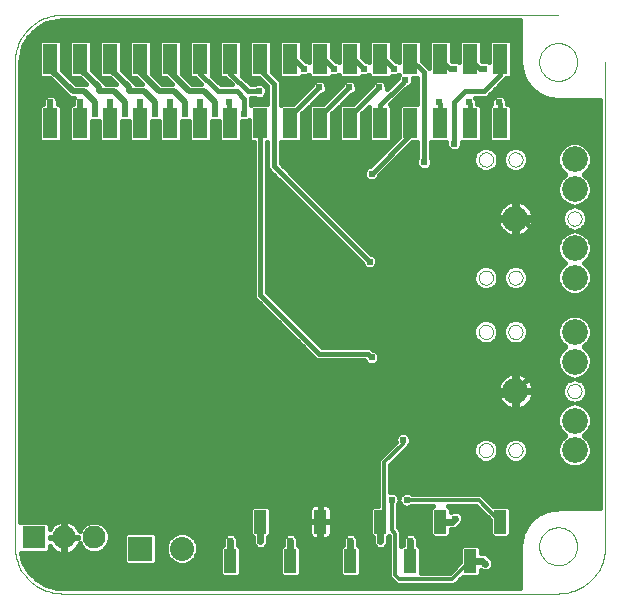
<source format=gbl>
G75*
G70*
%OFA0B0*%
%FSLAX24Y24*%
%IPPOS*%
%LPD*%
%AMOC8*
5,1,8,0,0,1.08239X$1,22.5*
%
%ADD10R,0.0394X0.0787*%
%ADD11R,0.0500X0.1000*%
%ADD12C,0.0000*%
%ADD13C,0.0860*%
%ADD14R,0.0800X0.0800*%
%ADD15C,0.0800*%
%ADD16R,0.0760X0.0760*%
%ADD17C,0.0760*%
%ADD18C,0.0240*%
%ADD19C,0.0238*%
%ADD20C,0.0120*%
%ADD21C,0.0160*%
%ADD22C,0.0200*%
D10*
X012607Y001600D03*
X014607Y001600D03*
X013607Y002900D03*
X015607Y002900D03*
X017607Y002900D03*
X016607Y001600D03*
X018607Y001600D03*
X020607Y001600D03*
X019607Y002900D03*
X021607Y002900D03*
D11*
X021607Y016175D03*
X020607Y016175D03*
X019607Y016175D03*
X018607Y016175D03*
X017607Y016175D03*
X016607Y016175D03*
X015607Y016175D03*
X014607Y016175D03*
X013607Y016175D03*
X012607Y016175D03*
X011607Y016175D03*
X010607Y016175D03*
X009607Y016175D03*
X008607Y016175D03*
X007607Y016175D03*
X006607Y016175D03*
X006607Y018325D03*
X007607Y018325D03*
X008607Y018325D03*
X009607Y018325D03*
X010607Y018325D03*
X011607Y018325D03*
X012607Y018325D03*
X013607Y018325D03*
X014607Y018325D03*
X015607Y018325D03*
X016607Y018325D03*
X017607Y018325D03*
X018607Y018325D03*
X019607Y018325D03*
X020607Y018325D03*
X021607Y018325D03*
D12*
X005418Y018217D02*
X005418Y002075D01*
X005420Y001998D01*
X005426Y001921D01*
X005435Y001844D01*
X005448Y001768D01*
X005465Y001692D01*
X005486Y001618D01*
X005510Y001544D01*
X005538Y001472D01*
X005569Y001402D01*
X005604Y001333D01*
X005642Y001265D01*
X005683Y001200D01*
X005728Y001137D01*
X005776Y001076D01*
X005826Y001017D01*
X005879Y000961D01*
X005935Y000908D01*
X005994Y000858D01*
X006055Y000810D01*
X006118Y000765D01*
X006183Y000724D01*
X006251Y000686D01*
X006320Y000651D01*
X006390Y000620D01*
X006462Y000592D01*
X006536Y000568D01*
X006610Y000547D01*
X006686Y000530D01*
X006762Y000517D01*
X006839Y000508D01*
X006916Y000502D01*
X006993Y000500D01*
X023528Y000500D01*
X022898Y002075D02*
X022900Y002125D01*
X022906Y002175D01*
X022916Y002224D01*
X022930Y002272D01*
X022947Y002319D01*
X022968Y002364D01*
X022993Y002408D01*
X023021Y002449D01*
X023053Y002488D01*
X023087Y002525D01*
X023124Y002559D01*
X023164Y002589D01*
X023206Y002616D01*
X023250Y002640D01*
X023296Y002661D01*
X023343Y002677D01*
X023391Y002690D01*
X023441Y002699D01*
X023490Y002704D01*
X023541Y002705D01*
X023591Y002702D01*
X023640Y002695D01*
X023689Y002684D01*
X023737Y002669D01*
X023783Y002651D01*
X023828Y002629D01*
X023871Y002603D01*
X023912Y002574D01*
X023951Y002542D01*
X023987Y002507D01*
X024019Y002469D01*
X024049Y002429D01*
X024076Y002386D01*
X024099Y002342D01*
X024118Y002296D01*
X024134Y002248D01*
X024146Y002199D01*
X024154Y002150D01*
X024158Y002100D01*
X024158Y002050D01*
X024154Y002000D01*
X024146Y001951D01*
X024134Y001902D01*
X024118Y001854D01*
X024099Y001808D01*
X024076Y001764D01*
X024049Y001721D01*
X024019Y001681D01*
X023987Y001643D01*
X023951Y001608D01*
X023912Y001576D01*
X023871Y001547D01*
X023828Y001521D01*
X023783Y001499D01*
X023737Y001481D01*
X023689Y001466D01*
X023640Y001455D01*
X023591Y001448D01*
X023541Y001445D01*
X023490Y001446D01*
X023441Y001451D01*
X023391Y001460D01*
X023343Y001473D01*
X023296Y001489D01*
X023250Y001510D01*
X023206Y001534D01*
X023164Y001561D01*
X023124Y001591D01*
X023087Y001625D01*
X023053Y001662D01*
X023021Y001701D01*
X022993Y001742D01*
X022968Y001786D01*
X022947Y001831D01*
X022930Y001878D01*
X022916Y001926D01*
X022906Y001975D01*
X022900Y002025D01*
X022898Y002075D01*
X023528Y000500D02*
X023605Y000502D01*
X023682Y000508D01*
X023759Y000517D01*
X023835Y000530D01*
X023911Y000547D01*
X023985Y000568D01*
X024059Y000592D01*
X024131Y000620D01*
X024201Y000651D01*
X024270Y000686D01*
X024338Y000724D01*
X024403Y000765D01*
X024466Y000810D01*
X024527Y000858D01*
X024586Y000908D01*
X024642Y000961D01*
X024695Y001017D01*
X024745Y001076D01*
X024793Y001137D01*
X024838Y001200D01*
X024879Y001265D01*
X024917Y001333D01*
X024952Y001402D01*
X024983Y001472D01*
X025011Y001544D01*
X025035Y001618D01*
X025056Y001692D01*
X025073Y001768D01*
X025086Y001844D01*
X025095Y001921D01*
X025101Y001998D01*
X025103Y002075D01*
X025103Y018217D01*
X022898Y018217D02*
X022900Y018267D01*
X022906Y018317D01*
X022916Y018366D01*
X022930Y018414D01*
X022947Y018461D01*
X022968Y018506D01*
X022993Y018550D01*
X023021Y018591D01*
X023053Y018630D01*
X023087Y018667D01*
X023124Y018701D01*
X023164Y018731D01*
X023206Y018758D01*
X023250Y018782D01*
X023296Y018803D01*
X023343Y018819D01*
X023391Y018832D01*
X023441Y018841D01*
X023490Y018846D01*
X023541Y018847D01*
X023591Y018844D01*
X023640Y018837D01*
X023689Y018826D01*
X023737Y018811D01*
X023783Y018793D01*
X023828Y018771D01*
X023871Y018745D01*
X023912Y018716D01*
X023951Y018684D01*
X023987Y018649D01*
X024019Y018611D01*
X024049Y018571D01*
X024076Y018528D01*
X024099Y018484D01*
X024118Y018438D01*
X024134Y018390D01*
X024146Y018341D01*
X024154Y018292D01*
X024158Y018242D01*
X024158Y018192D01*
X024154Y018142D01*
X024146Y018093D01*
X024134Y018044D01*
X024118Y017996D01*
X024099Y017950D01*
X024076Y017906D01*
X024049Y017863D01*
X024019Y017823D01*
X023987Y017785D01*
X023951Y017750D01*
X023912Y017718D01*
X023871Y017689D01*
X023828Y017663D01*
X023783Y017641D01*
X023737Y017623D01*
X023689Y017608D01*
X023640Y017597D01*
X023591Y017590D01*
X023541Y017587D01*
X023490Y017588D01*
X023441Y017593D01*
X023391Y017602D01*
X023343Y017615D01*
X023296Y017631D01*
X023250Y017652D01*
X023206Y017676D01*
X023164Y017703D01*
X023124Y017733D01*
X023087Y017767D01*
X023053Y017804D01*
X023021Y017843D01*
X022993Y017884D01*
X022968Y017928D01*
X022947Y017973D01*
X022930Y018020D01*
X022916Y018068D01*
X022906Y018117D01*
X022900Y018167D01*
X022898Y018217D01*
X023528Y019791D02*
X006993Y019791D01*
X006993Y019792D02*
X006916Y019790D01*
X006839Y019784D01*
X006762Y019775D01*
X006686Y019762D01*
X006610Y019745D01*
X006536Y019724D01*
X006462Y019700D01*
X006390Y019672D01*
X006320Y019641D01*
X006251Y019606D01*
X006183Y019568D01*
X006118Y019527D01*
X006055Y019482D01*
X005994Y019434D01*
X005935Y019384D01*
X005879Y019331D01*
X005826Y019275D01*
X005776Y019216D01*
X005728Y019155D01*
X005683Y019092D01*
X005642Y019027D01*
X005604Y018959D01*
X005569Y018890D01*
X005538Y018820D01*
X005510Y018748D01*
X005486Y018674D01*
X005465Y018600D01*
X005448Y018524D01*
X005435Y018448D01*
X005426Y018371D01*
X005420Y018294D01*
X005418Y018217D01*
X020887Y014969D02*
X020889Y014999D01*
X020895Y015029D01*
X020904Y015058D01*
X020917Y015085D01*
X020934Y015110D01*
X020953Y015133D01*
X020976Y015154D01*
X021001Y015171D01*
X021027Y015185D01*
X021056Y015195D01*
X021085Y015202D01*
X021115Y015205D01*
X021146Y015204D01*
X021176Y015199D01*
X021205Y015190D01*
X021232Y015178D01*
X021258Y015163D01*
X021282Y015144D01*
X021303Y015122D01*
X021321Y015098D01*
X021336Y015071D01*
X021347Y015043D01*
X021355Y015014D01*
X021359Y014984D01*
X021359Y014954D01*
X021355Y014924D01*
X021347Y014895D01*
X021336Y014867D01*
X021321Y014840D01*
X021303Y014816D01*
X021282Y014794D01*
X021258Y014775D01*
X021232Y014760D01*
X021205Y014748D01*
X021176Y014739D01*
X021146Y014734D01*
X021115Y014733D01*
X021085Y014736D01*
X021056Y014743D01*
X021027Y014753D01*
X021001Y014767D01*
X020976Y014784D01*
X020953Y014805D01*
X020934Y014828D01*
X020917Y014853D01*
X020904Y014880D01*
X020895Y014909D01*
X020889Y014939D01*
X020887Y014969D01*
X021871Y014969D02*
X021873Y014999D01*
X021879Y015029D01*
X021888Y015058D01*
X021901Y015085D01*
X021918Y015110D01*
X021937Y015133D01*
X021960Y015154D01*
X021985Y015171D01*
X022011Y015185D01*
X022040Y015195D01*
X022069Y015202D01*
X022099Y015205D01*
X022130Y015204D01*
X022160Y015199D01*
X022189Y015190D01*
X022216Y015178D01*
X022242Y015163D01*
X022266Y015144D01*
X022287Y015122D01*
X022305Y015098D01*
X022320Y015071D01*
X022331Y015043D01*
X022339Y015014D01*
X022343Y014984D01*
X022343Y014954D01*
X022339Y014924D01*
X022331Y014895D01*
X022320Y014867D01*
X022305Y014840D01*
X022287Y014816D01*
X022266Y014794D01*
X022242Y014775D01*
X022216Y014760D01*
X022189Y014748D01*
X022160Y014739D01*
X022130Y014734D01*
X022099Y014733D01*
X022069Y014736D01*
X022040Y014743D01*
X022011Y014753D01*
X021985Y014767D01*
X021960Y014784D01*
X021937Y014805D01*
X021918Y014828D01*
X021901Y014853D01*
X021888Y014880D01*
X021879Y014909D01*
X021873Y014939D01*
X021871Y014969D01*
X023840Y013000D02*
X023842Y013030D01*
X023848Y013060D01*
X023857Y013089D01*
X023870Y013116D01*
X023887Y013141D01*
X023906Y013164D01*
X023929Y013185D01*
X023954Y013202D01*
X023980Y013216D01*
X024009Y013226D01*
X024038Y013233D01*
X024068Y013236D01*
X024099Y013235D01*
X024129Y013230D01*
X024158Y013221D01*
X024185Y013209D01*
X024211Y013194D01*
X024235Y013175D01*
X024256Y013153D01*
X024274Y013129D01*
X024289Y013102D01*
X024300Y013074D01*
X024308Y013045D01*
X024312Y013015D01*
X024312Y012985D01*
X024308Y012955D01*
X024300Y012926D01*
X024289Y012898D01*
X024274Y012871D01*
X024256Y012847D01*
X024235Y012825D01*
X024211Y012806D01*
X024185Y012791D01*
X024158Y012779D01*
X024129Y012770D01*
X024099Y012765D01*
X024068Y012764D01*
X024038Y012767D01*
X024009Y012774D01*
X023980Y012784D01*
X023954Y012798D01*
X023929Y012815D01*
X023906Y012836D01*
X023887Y012859D01*
X023870Y012884D01*
X023857Y012911D01*
X023848Y012940D01*
X023842Y012970D01*
X023840Y013000D01*
X021871Y011031D02*
X021873Y011061D01*
X021879Y011091D01*
X021888Y011120D01*
X021901Y011147D01*
X021918Y011172D01*
X021937Y011195D01*
X021960Y011216D01*
X021985Y011233D01*
X022011Y011247D01*
X022040Y011257D01*
X022069Y011264D01*
X022099Y011267D01*
X022130Y011266D01*
X022160Y011261D01*
X022189Y011252D01*
X022216Y011240D01*
X022242Y011225D01*
X022266Y011206D01*
X022287Y011184D01*
X022305Y011160D01*
X022320Y011133D01*
X022331Y011105D01*
X022339Y011076D01*
X022343Y011046D01*
X022343Y011016D01*
X022339Y010986D01*
X022331Y010957D01*
X022320Y010929D01*
X022305Y010902D01*
X022287Y010878D01*
X022266Y010856D01*
X022242Y010837D01*
X022216Y010822D01*
X022189Y010810D01*
X022160Y010801D01*
X022130Y010796D01*
X022099Y010795D01*
X022069Y010798D01*
X022040Y010805D01*
X022011Y010815D01*
X021985Y010829D01*
X021960Y010846D01*
X021937Y010867D01*
X021918Y010890D01*
X021901Y010915D01*
X021888Y010942D01*
X021879Y010971D01*
X021873Y011001D01*
X021871Y011031D01*
X020887Y011031D02*
X020889Y011061D01*
X020895Y011091D01*
X020904Y011120D01*
X020917Y011147D01*
X020934Y011172D01*
X020953Y011195D01*
X020976Y011216D01*
X021001Y011233D01*
X021027Y011247D01*
X021056Y011257D01*
X021085Y011264D01*
X021115Y011267D01*
X021146Y011266D01*
X021176Y011261D01*
X021205Y011252D01*
X021232Y011240D01*
X021258Y011225D01*
X021282Y011206D01*
X021303Y011184D01*
X021321Y011160D01*
X021336Y011133D01*
X021347Y011105D01*
X021355Y011076D01*
X021359Y011046D01*
X021359Y011016D01*
X021355Y010986D01*
X021347Y010957D01*
X021336Y010929D01*
X021321Y010902D01*
X021303Y010878D01*
X021282Y010856D01*
X021258Y010837D01*
X021232Y010822D01*
X021205Y010810D01*
X021176Y010801D01*
X021146Y010796D01*
X021115Y010795D01*
X021085Y010798D01*
X021056Y010805D01*
X021027Y010815D01*
X021001Y010829D01*
X020976Y010846D01*
X020953Y010867D01*
X020934Y010890D01*
X020917Y010915D01*
X020904Y010942D01*
X020895Y010971D01*
X020889Y011001D01*
X020887Y011031D01*
X020887Y009219D02*
X020889Y009249D01*
X020895Y009279D01*
X020904Y009308D01*
X020917Y009335D01*
X020934Y009360D01*
X020953Y009383D01*
X020976Y009404D01*
X021001Y009421D01*
X021027Y009435D01*
X021056Y009445D01*
X021085Y009452D01*
X021115Y009455D01*
X021146Y009454D01*
X021176Y009449D01*
X021205Y009440D01*
X021232Y009428D01*
X021258Y009413D01*
X021282Y009394D01*
X021303Y009372D01*
X021321Y009348D01*
X021336Y009321D01*
X021347Y009293D01*
X021355Y009264D01*
X021359Y009234D01*
X021359Y009204D01*
X021355Y009174D01*
X021347Y009145D01*
X021336Y009117D01*
X021321Y009090D01*
X021303Y009066D01*
X021282Y009044D01*
X021258Y009025D01*
X021232Y009010D01*
X021205Y008998D01*
X021176Y008989D01*
X021146Y008984D01*
X021115Y008983D01*
X021085Y008986D01*
X021056Y008993D01*
X021027Y009003D01*
X021001Y009017D01*
X020976Y009034D01*
X020953Y009055D01*
X020934Y009078D01*
X020917Y009103D01*
X020904Y009130D01*
X020895Y009159D01*
X020889Y009189D01*
X020887Y009219D01*
X021871Y009219D02*
X021873Y009249D01*
X021879Y009279D01*
X021888Y009308D01*
X021901Y009335D01*
X021918Y009360D01*
X021937Y009383D01*
X021960Y009404D01*
X021985Y009421D01*
X022011Y009435D01*
X022040Y009445D01*
X022069Y009452D01*
X022099Y009455D01*
X022130Y009454D01*
X022160Y009449D01*
X022189Y009440D01*
X022216Y009428D01*
X022242Y009413D01*
X022266Y009394D01*
X022287Y009372D01*
X022305Y009348D01*
X022320Y009321D01*
X022331Y009293D01*
X022339Y009264D01*
X022343Y009234D01*
X022343Y009204D01*
X022339Y009174D01*
X022331Y009145D01*
X022320Y009117D01*
X022305Y009090D01*
X022287Y009066D01*
X022266Y009044D01*
X022242Y009025D01*
X022216Y009010D01*
X022189Y008998D01*
X022160Y008989D01*
X022130Y008984D01*
X022099Y008983D01*
X022069Y008986D01*
X022040Y008993D01*
X022011Y009003D01*
X021985Y009017D01*
X021960Y009034D01*
X021937Y009055D01*
X021918Y009078D01*
X021901Y009103D01*
X021888Y009130D01*
X021879Y009159D01*
X021873Y009189D01*
X021871Y009219D01*
X023840Y007250D02*
X023842Y007280D01*
X023848Y007310D01*
X023857Y007339D01*
X023870Y007366D01*
X023887Y007391D01*
X023906Y007414D01*
X023929Y007435D01*
X023954Y007452D01*
X023980Y007466D01*
X024009Y007476D01*
X024038Y007483D01*
X024068Y007486D01*
X024099Y007485D01*
X024129Y007480D01*
X024158Y007471D01*
X024185Y007459D01*
X024211Y007444D01*
X024235Y007425D01*
X024256Y007403D01*
X024274Y007379D01*
X024289Y007352D01*
X024300Y007324D01*
X024308Y007295D01*
X024312Y007265D01*
X024312Y007235D01*
X024308Y007205D01*
X024300Y007176D01*
X024289Y007148D01*
X024274Y007121D01*
X024256Y007097D01*
X024235Y007075D01*
X024211Y007056D01*
X024185Y007041D01*
X024158Y007029D01*
X024129Y007020D01*
X024099Y007015D01*
X024068Y007014D01*
X024038Y007017D01*
X024009Y007024D01*
X023980Y007034D01*
X023954Y007048D01*
X023929Y007065D01*
X023906Y007086D01*
X023887Y007109D01*
X023870Y007134D01*
X023857Y007161D01*
X023848Y007190D01*
X023842Y007220D01*
X023840Y007250D01*
X021871Y005281D02*
X021873Y005311D01*
X021879Y005341D01*
X021888Y005370D01*
X021901Y005397D01*
X021918Y005422D01*
X021937Y005445D01*
X021960Y005466D01*
X021985Y005483D01*
X022011Y005497D01*
X022040Y005507D01*
X022069Y005514D01*
X022099Y005517D01*
X022130Y005516D01*
X022160Y005511D01*
X022189Y005502D01*
X022216Y005490D01*
X022242Y005475D01*
X022266Y005456D01*
X022287Y005434D01*
X022305Y005410D01*
X022320Y005383D01*
X022331Y005355D01*
X022339Y005326D01*
X022343Y005296D01*
X022343Y005266D01*
X022339Y005236D01*
X022331Y005207D01*
X022320Y005179D01*
X022305Y005152D01*
X022287Y005128D01*
X022266Y005106D01*
X022242Y005087D01*
X022216Y005072D01*
X022189Y005060D01*
X022160Y005051D01*
X022130Y005046D01*
X022099Y005045D01*
X022069Y005048D01*
X022040Y005055D01*
X022011Y005065D01*
X021985Y005079D01*
X021960Y005096D01*
X021937Y005117D01*
X021918Y005140D01*
X021901Y005165D01*
X021888Y005192D01*
X021879Y005221D01*
X021873Y005251D01*
X021871Y005281D01*
X020887Y005281D02*
X020889Y005311D01*
X020895Y005341D01*
X020904Y005370D01*
X020917Y005397D01*
X020934Y005422D01*
X020953Y005445D01*
X020976Y005466D01*
X021001Y005483D01*
X021027Y005497D01*
X021056Y005507D01*
X021085Y005514D01*
X021115Y005517D01*
X021146Y005516D01*
X021176Y005511D01*
X021205Y005502D01*
X021232Y005490D01*
X021258Y005475D01*
X021282Y005456D01*
X021303Y005434D01*
X021321Y005410D01*
X021336Y005383D01*
X021347Y005355D01*
X021355Y005326D01*
X021359Y005296D01*
X021359Y005266D01*
X021355Y005236D01*
X021347Y005207D01*
X021336Y005179D01*
X021321Y005152D01*
X021303Y005128D01*
X021282Y005106D01*
X021258Y005087D01*
X021232Y005072D01*
X021205Y005060D01*
X021176Y005051D01*
X021146Y005046D01*
X021115Y005045D01*
X021085Y005048D01*
X021056Y005055D01*
X021027Y005065D01*
X021001Y005079D01*
X020976Y005096D01*
X020953Y005117D01*
X020934Y005140D01*
X020917Y005165D01*
X020904Y005192D01*
X020895Y005221D01*
X020889Y005251D01*
X020887Y005281D01*
D13*
X022107Y007250D03*
X024076Y006266D03*
X024076Y005281D03*
X024076Y008234D03*
X024076Y009219D03*
X024076Y011031D03*
X024076Y012016D03*
X022107Y013000D03*
X024076Y013984D03*
X024076Y014969D03*
D14*
X009607Y002000D03*
D15*
X010985Y002000D03*
D16*
X006062Y002375D03*
D17*
X007062Y002375D03*
X008062Y002375D03*
D18*
X012607Y002250D02*
X012607Y001600D01*
X013607Y002250D02*
X013607Y002900D01*
X014607Y002250D02*
X014607Y001600D01*
X015607Y002250D02*
X015607Y002900D01*
X016607Y002250D02*
X016607Y001600D01*
X017607Y002250D02*
X017607Y002900D01*
X018607Y002250D02*
X018607Y001600D01*
X020607Y001600D02*
X021007Y001600D01*
X021107Y001500D01*
X020007Y002900D02*
X019607Y002900D01*
X020007Y002900D02*
X020107Y003000D01*
D19*
X020107Y003000D03*
X018607Y002250D03*
X017607Y002250D03*
X016607Y002250D03*
X015607Y002250D03*
X014607Y002250D03*
X013607Y002250D03*
X012607Y002250D03*
X015732Y004500D03*
X017982Y003625D03*
X018482Y003625D03*
X020107Y004250D03*
X018357Y005625D03*
X016937Y006500D03*
X016937Y007375D03*
X017312Y008375D03*
X017245Y011567D03*
X017312Y014500D03*
X019062Y014875D03*
X020062Y015500D03*
X020562Y016875D03*
X019562Y016875D03*
X018437Y017625D03*
X018062Y018000D03*
X017562Y017375D03*
X017062Y018000D03*
X016562Y017375D03*
X016062Y018000D03*
X015562Y017375D03*
X015062Y018000D03*
X013562Y017250D03*
X013062Y016500D03*
X012562Y016875D03*
X012107Y016500D03*
X011607Y016875D03*
X011107Y016500D03*
X010607Y016875D03*
X010107Y016500D03*
X009607Y016875D03*
X009107Y016500D03*
X008607Y016875D03*
X008107Y016500D03*
X007607Y016875D03*
X006607Y016875D03*
X020062Y018000D03*
X021062Y018000D03*
X021562Y016875D03*
X012562Y006500D03*
X010187Y006500D03*
X021107Y001500D03*
D20*
X020607Y001600D02*
X020007Y001000D01*
X018232Y001000D01*
X018107Y001125D01*
X018107Y002500D01*
X017982Y002625D01*
X017982Y003625D01*
X018482Y003625D02*
X020882Y003625D01*
X021607Y002900D01*
X019607Y002900D02*
X019582Y002875D01*
X017732Y003025D02*
X017607Y002900D01*
X017732Y003025D02*
X017732Y004875D01*
X018357Y005500D01*
X018357Y005625D01*
X020107Y004250D02*
X020357Y004500D01*
X020357Y006375D01*
X019670Y007063D01*
X019647Y007085D01*
X019607Y007125D01*
X016857Y007125D01*
X016834Y007102D01*
X015732Y006000D01*
X015732Y004500D01*
D21*
X016937Y005705D01*
X016937Y006500D01*
X016834Y007102D02*
X016937Y007205D01*
X016937Y007375D01*
X017260Y008116D02*
X017363Y008116D01*
X017459Y008155D01*
X017531Y008228D01*
X017571Y008323D01*
X017571Y008427D01*
X017531Y008522D01*
X017459Y008595D01*
X017364Y008634D01*
X017278Y008720D01*
X015653Y008720D01*
X013827Y010546D01*
X013827Y015535D01*
X013842Y015535D01*
X013842Y014659D01*
X013971Y014530D01*
X014592Y013909D01*
X016986Y011514D01*
X017025Y011420D01*
X017098Y011347D01*
X017193Y011308D01*
X017296Y011308D01*
X017392Y011347D01*
X017464Y011420D01*
X017504Y011515D01*
X017504Y011618D01*
X017464Y011714D01*
X017392Y011787D01*
X017297Y011826D01*
X014903Y014220D01*
X014282Y014841D01*
X014282Y015552D01*
X014299Y015535D01*
X014915Y015535D01*
X014997Y015617D01*
X014997Y016499D01*
X015217Y016719D01*
X015217Y015617D01*
X015299Y015535D01*
X015915Y015535D01*
X015997Y015617D01*
X015997Y016499D01*
X016217Y016719D01*
X016217Y015617D01*
X016299Y015535D01*
X016915Y015535D01*
X016997Y015617D01*
X016997Y016499D01*
X017217Y016719D01*
X017217Y015617D01*
X017299Y015535D01*
X017915Y015535D01*
X017997Y015617D01*
X017997Y016733D01*
X017927Y016804D01*
X018403Y017280D01*
X018489Y017366D01*
X018584Y017405D01*
X018656Y017478D01*
X018696Y017573D01*
X018696Y017677D01*
X018692Y017685D01*
X018842Y017685D01*
X018842Y016815D01*
X018299Y016815D01*
X018217Y016733D01*
X018217Y015716D01*
X017997Y015716D01*
X017997Y015875D02*
X018217Y015875D01*
X018217Y016033D02*
X017997Y016033D01*
X017997Y016192D02*
X018217Y016192D01*
X018217Y016350D02*
X017997Y016350D01*
X017997Y016509D02*
X018217Y016509D01*
X018217Y016667D02*
X017997Y016667D01*
X017948Y016826D02*
X018842Y016826D01*
X018842Y016984D02*
X018107Y016984D01*
X018265Y017143D02*
X018842Y017143D01*
X018842Y017301D02*
X018424Y017301D01*
X018312Y017500D02*
X018437Y017625D01*
X018312Y017500D02*
X017607Y016795D01*
X017607Y016175D01*
X017217Y016192D02*
X016997Y016192D01*
X016997Y016350D02*
X017217Y016350D01*
X017217Y016509D02*
X017006Y016509D01*
X017165Y016667D02*
X017217Y016667D01*
X016860Y016984D02*
X016482Y016984D01*
X016614Y017116D02*
X016709Y017155D01*
X016781Y017228D01*
X016821Y017323D01*
X016821Y017427D01*
X016781Y017522D01*
X016709Y017595D01*
X016613Y017634D01*
X016510Y017634D01*
X016415Y017595D01*
X016342Y017522D01*
X016303Y017427D01*
X015691Y016815D01*
X015313Y016815D01*
X015614Y017116D01*
X015709Y017155D01*
X015781Y017228D01*
X015821Y017323D01*
X015821Y017427D01*
X015781Y017522D01*
X015709Y017595D01*
X015613Y017634D01*
X015510Y017634D01*
X015415Y017595D01*
X015342Y017522D01*
X015303Y017427D01*
X014691Y016815D01*
X014299Y016815D01*
X014282Y016798D01*
X014282Y017591D01*
X014153Y017720D01*
X013997Y017876D01*
X013997Y018883D01*
X013915Y018965D01*
X013299Y018965D01*
X013217Y018883D01*
X013217Y017767D01*
X013299Y017685D01*
X013566Y017685D01*
X013842Y017409D01*
X013842Y016815D01*
X013299Y016815D01*
X013282Y016798D01*
X013282Y017030D01*
X013416Y017030D01*
X013510Y016991D01*
X013613Y016991D01*
X013709Y017030D01*
X013781Y017103D01*
X013821Y017198D01*
X013821Y017302D01*
X013781Y017397D01*
X013709Y017470D01*
X013613Y017509D01*
X013510Y017509D01*
X013416Y017470D01*
X013278Y017470D01*
X012989Y017759D01*
X012997Y017767D01*
X012997Y018883D01*
X012915Y018965D01*
X012299Y018965D01*
X012217Y018883D01*
X012217Y017767D01*
X012299Y017685D01*
X012441Y017685D01*
X012656Y017470D01*
X012278Y017470D01*
X012153Y017595D01*
X011989Y017759D01*
X011997Y017767D01*
X011997Y018883D01*
X011915Y018965D01*
X011299Y018965D01*
X011217Y018883D01*
X011217Y017767D01*
X011299Y017685D01*
X011441Y017685D01*
X011636Y017490D01*
X011331Y017490D01*
X010997Y017824D01*
X010997Y018883D01*
X010915Y018965D01*
X010299Y018965D01*
X010217Y018883D01*
X010217Y017767D01*
X010299Y017685D01*
X010458Y017685D01*
X010653Y017490D01*
X010331Y017490D01*
X009997Y017824D01*
X009997Y018883D01*
X009915Y018965D01*
X009299Y018965D01*
X009217Y018883D01*
X009217Y017767D01*
X009299Y017685D01*
X009458Y017685D01*
X009653Y017490D01*
X009444Y017490D01*
X009436Y017511D01*
X008997Y017949D01*
X008997Y018883D01*
X008915Y018965D01*
X008299Y018965D01*
X008217Y018883D01*
X008217Y017767D01*
X008299Y017685D01*
X008583Y017685D01*
X008778Y017490D01*
X008444Y017490D01*
X008436Y017511D01*
X007997Y017949D01*
X007997Y018883D01*
X007915Y018965D01*
X007299Y018965D01*
X007217Y018883D01*
X007217Y017767D01*
X007299Y017685D01*
X007583Y017685D01*
X007778Y017490D01*
X007456Y017490D01*
X006997Y017949D01*
X006997Y018883D01*
X006915Y018965D01*
X006299Y018965D01*
X006217Y018883D01*
X006217Y017767D01*
X006299Y017685D01*
X006583Y017685D01*
X007221Y017047D01*
X007309Y017010D01*
X007383Y017010D01*
X007348Y016927D01*
X007348Y016823D01*
X007351Y016815D01*
X007299Y016815D01*
X007217Y016733D01*
X007217Y015617D01*
X007299Y015535D01*
X007915Y015535D01*
X007997Y015617D01*
X007997Y016265D01*
X008056Y016241D01*
X008159Y016241D01*
X008217Y016265D01*
X008217Y015617D01*
X008299Y015535D01*
X008915Y015535D01*
X008997Y015617D01*
X008997Y016265D01*
X009056Y016241D01*
X009159Y016241D01*
X009217Y016265D01*
X009217Y015617D01*
X009299Y015535D01*
X009915Y015535D01*
X009997Y015617D01*
X009997Y016265D01*
X010056Y016241D01*
X010159Y016241D01*
X010217Y016265D01*
X010217Y015617D01*
X010299Y015535D01*
X010915Y015535D01*
X010997Y015617D01*
X010997Y016265D01*
X011056Y016241D01*
X011159Y016241D01*
X011217Y016265D01*
X011217Y015617D01*
X011299Y015535D01*
X011915Y015535D01*
X011997Y015617D01*
X011997Y016265D01*
X012056Y016241D01*
X012159Y016241D01*
X012217Y016265D01*
X012217Y015617D01*
X012299Y015535D01*
X012915Y015535D01*
X012997Y015617D01*
X012997Y016246D01*
X013010Y016241D01*
X013113Y016241D01*
X013209Y016280D01*
X013217Y016289D01*
X013217Y015617D01*
X013299Y015535D01*
X013387Y015535D01*
X013387Y010364D01*
X015342Y008409D01*
X015471Y008280D01*
X017071Y008280D01*
X017092Y008228D01*
X017165Y008155D01*
X017260Y008116D01*
X017076Y008267D02*
X005598Y008267D01*
X005598Y008425D02*
X015326Y008425D01*
X015167Y008584D02*
X005598Y008584D01*
X005598Y008742D02*
X015009Y008742D01*
X014850Y008901D02*
X005598Y008901D01*
X005598Y009059D02*
X014692Y009059D01*
X014533Y009218D02*
X005598Y009218D01*
X005598Y009376D02*
X014375Y009376D01*
X014216Y009535D02*
X005598Y009535D01*
X005598Y009693D02*
X014058Y009693D01*
X013899Y009852D02*
X005598Y009852D01*
X005598Y010010D02*
X013741Y010010D01*
X013582Y010169D02*
X005598Y010169D01*
X005598Y010327D02*
X013424Y010327D01*
X013387Y010486D02*
X005598Y010486D01*
X005598Y010644D02*
X013387Y010644D01*
X013387Y010803D02*
X005598Y010803D01*
X005598Y010961D02*
X013387Y010961D01*
X013387Y011120D02*
X005598Y011120D01*
X005598Y011278D02*
X013387Y011278D01*
X013387Y011437D02*
X005598Y011437D01*
X005598Y011595D02*
X013387Y011595D01*
X013387Y011754D02*
X005598Y011754D01*
X005598Y011912D02*
X013387Y011912D01*
X013387Y012071D02*
X005598Y012071D01*
X005598Y012229D02*
X013387Y012229D01*
X013387Y012388D02*
X005598Y012388D01*
X005598Y012546D02*
X013387Y012546D01*
X013387Y012705D02*
X005598Y012705D01*
X005598Y012863D02*
X013387Y012863D01*
X013387Y013022D02*
X005598Y013022D01*
X005598Y013180D02*
X013387Y013180D01*
X013387Y013339D02*
X005598Y013339D01*
X005598Y013497D02*
X013387Y013497D01*
X013387Y013656D02*
X005598Y013656D01*
X005598Y013814D02*
X013387Y013814D01*
X013387Y013973D02*
X005598Y013973D01*
X005598Y014131D02*
X013387Y014131D01*
X013387Y014290D02*
X005598Y014290D01*
X005598Y014448D02*
X013387Y014448D01*
X013387Y014607D02*
X005598Y014607D01*
X005598Y014765D02*
X013387Y014765D01*
X013387Y014924D02*
X005598Y014924D01*
X005598Y015082D02*
X013387Y015082D01*
X013387Y015241D02*
X005598Y015241D01*
X005598Y015399D02*
X013387Y015399D01*
X013277Y015558D02*
X012937Y015558D01*
X012997Y015716D02*
X013217Y015716D01*
X013217Y015875D02*
X012997Y015875D01*
X012997Y016033D02*
X013217Y016033D01*
X013217Y016192D02*
X012997Y016192D01*
X013062Y016500D02*
X013062Y017000D01*
X012812Y017250D01*
X012187Y017250D01*
X012062Y017375D01*
X011607Y017830D01*
X011607Y018325D01*
X011217Y018252D02*
X010997Y018252D01*
X010997Y018094D02*
X011217Y018094D01*
X011217Y017935D02*
X010997Y017935D01*
X011045Y017777D02*
X011217Y017777D01*
X011203Y017618D02*
X011508Y017618D01*
X011997Y017777D02*
X012217Y017777D01*
X012217Y017935D02*
X011997Y017935D01*
X011997Y018094D02*
X012217Y018094D01*
X012217Y018252D02*
X011997Y018252D01*
X011997Y018411D02*
X012217Y018411D01*
X012217Y018569D02*
X011997Y018569D01*
X011997Y018728D02*
X012217Y018728D01*
X012220Y018886D02*
X011994Y018886D01*
X011220Y018886D02*
X010994Y018886D01*
X010997Y018728D02*
X011217Y018728D01*
X011217Y018569D02*
X010997Y018569D01*
X010997Y018411D02*
X011217Y018411D01*
X010217Y018411D02*
X009997Y018411D01*
X009997Y018569D02*
X010217Y018569D01*
X010217Y018728D02*
X009997Y018728D01*
X009994Y018886D02*
X010220Y018886D01*
X010217Y018252D02*
X009997Y018252D01*
X009997Y018094D02*
X010217Y018094D01*
X010217Y017935D02*
X009997Y017935D01*
X010045Y017777D02*
X010217Y017777D01*
X010203Y017618D02*
X010525Y017618D01*
X009525Y017618D02*
X009328Y017618D01*
X009217Y017777D02*
X009170Y017777D01*
X009217Y017935D02*
X009011Y017935D01*
X008997Y018094D02*
X009217Y018094D01*
X009217Y018252D02*
X008997Y018252D01*
X008997Y018411D02*
X009217Y018411D01*
X009217Y018569D02*
X008997Y018569D01*
X008997Y018728D02*
X009217Y018728D01*
X009220Y018886D02*
X008994Y018886D01*
X008220Y018886D02*
X007994Y018886D01*
X007997Y018728D02*
X008217Y018728D01*
X008217Y018569D02*
X007997Y018569D01*
X007997Y018411D02*
X008217Y018411D01*
X008217Y018252D02*
X007997Y018252D01*
X007997Y018094D02*
X008217Y018094D01*
X008217Y017935D02*
X008011Y017935D01*
X008170Y017777D02*
X008217Y017777D01*
X008328Y017618D02*
X008650Y017618D01*
X007650Y017618D02*
X007328Y017618D01*
X007217Y017777D02*
X007170Y017777D01*
X007217Y017935D02*
X007011Y017935D01*
X006997Y018094D02*
X007217Y018094D01*
X007217Y018252D02*
X006997Y018252D01*
X006997Y018411D02*
X007217Y018411D01*
X007217Y018569D02*
X006997Y018569D01*
X006997Y018728D02*
X007217Y018728D01*
X007220Y018886D02*
X006994Y018886D01*
X006811Y019599D02*
X006459Y019505D01*
X006144Y019323D01*
X005886Y019066D01*
X005886Y019066D01*
X005704Y018750D01*
X005610Y018399D01*
X005598Y018217D01*
X005598Y002869D01*
X005624Y002895D01*
X006500Y002895D01*
X006582Y002813D01*
X006582Y002666D01*
X006583Y002669D01*
X006635Y002740D01*
X006697Y002802D01*
X006768Y002854D01*
X006847Y002894D01*
X006931Y002921D01*
X007018Y002935D01*
X007042Y002935D01*
X007042Y002395D01*
X007082Y002395D01*
X007542Y002395D01*
X007542Y002355D01*
X007082Y002355D01*
X007082Y002395D01*
X007082Y002935D01*
X007106Y002935D01*
X007193Y002921D01*
X007277Y002894D01*
X007355Y002854D01*
X007427Y002802D01*
X007489Y002740D01*
X007541Y002669D01*
X007581Y002590D01*
X007584Y002580D01*
X007621Y002670D01*
X007767Y002816D01*
X007958Y002895D01*
X008165Y002895D01*
X008356Y002816D01*
X008503Y002670D01*
X008582Y002478D01*
X008582Y002272D01*
X008503Y002080D01*
X008356Y001934D01*
X008165Y001855D01*
X007958Y001855D01*
X007767Y001934D01*
X007621Y002080D01*
X007584Y002170D01*
X007581Y002160D01*
X007541Y002081D01*
X007489Y002010D01*
X007427Y001948D01*
X007355Y001896D01*
X007277Y001856D01*
X007193Y001829D01*
X007106Y001815D01*
X007082Y001815D01*
X007082Y002355D01*
X007042Y002355D01*
X007042Y001815D01*
X007018Y001815D01*
X006931Y001829D01*
X006847Y001856D01*
X006768Y001896D01*
X006697Y001948D01*
X006635Y002010D01*
X006583Y002081D01*
X006582Y002084D01*
X006582Y001937D01*
X006500Y001855D01*
X005624Y001855D01*
X005619Y001860D01*
X005704Y001541D01*
X005886Y001226D01*
X006144Y000968D01*
X006459Y000786D01*
X006811Y000692D01*
X006993Y000680D01*
X022267Y000680D01*
X022267Y002045D01*
X022265Y002047D01*
X022267Y002078D01*
X022267Y002108D01*
X022270Y002110D01*
X022278Y002222D01*
X022274Y002228D01*
X022280Y002254D01*
X022282Y002282D01*
X022287Y002286D01*
X022311Y002399D01*
X022309Y002404D01*
X022318Y002430D01*
X022324Y002457D01*
X022329Y002460D01*
X022370Y002568D01*
X022368Y002575D01*
X022381Y002599D01*
X022391Y002624D01*
X022397Y002627D01*
X022452Y002728D01*
X022451Y002735D01*
X022467Y002757D01*
X022480Y002781D01*
X022487Y002783D01*
X022556Y002875D01*
X022556Y002881D01*
X022575Y002901D01*
X022592Y002923D01*
X022598Y002924D01*
X022679Y003005D01*
X022680Y003012D01*
X022702Y003028D01*
X022722Y003047D01*
X022728Y003047D01*
X022821Y003116D01*
X022822Y003123D01*
X022846Y003136D01*
X022868Y003152D01*
X022875Y003151D01*
X022976Y003207D01*
X022979Y003213D01*
X023004Y003222D01*
X023028Y003235D01*
X023035Y003233D01*
X023143Y003274D01*
X023146Y003279D01*
X023173Y003285D01*
X023199Y003295D01*
X023205Y003292D01*
X023317Y003316D01*
X023321Y003321D01*
X023349Y003323D01*
X023376Y003329D01*
X023381Y003326D01*
X023493Y003334D01*
X023495Y003336D01*
X023525Y003336D01*
X023556Y003338D01*
X023558Y003336D01*
X024923Y003336D01*
X024923Y016955D01*
X023558Y016955D01*
X023556Y016953D01*
X023525Y016955D01*
X023495Y016955D01*
X023493Y016958D01*
X023381Y016966D01*
X023376Y016962D01*
X023349Y016968D01*
X023321Y016970D01*
X023317Y016975D01*
X023205Y016999D01*
X023199Y016997D01*
X023173Y017006D01*
X023146Y017012D01*
X023143Y017018D01*
X023035Y017058D01*
X023028Y017056D01*
X023004Y017069D01*
X022979Y017079D01*
X022976Y017085D01*
X022875Y017140D01*
X022868Y017139D01*
X022846Y017155D01*
X022822Y017169D01*
X022821Y017175D01*
X022728Y017244D01*
X022722Y017244D01*
X022702Y017263D01*
X022680Y017280D01*
X022679Y017286D01*
X022598Y017368D01*
X022592Y017369D01*
X022575Y017391D01*
X022556Y017410D01*
X022556Y017416D01*
X022487Y017509D01*
X022480Y017511D01*
X022467Y017535D01*
X022451Y017557D01*
X022452Y017563D01*
X022397Y017664D01*
X022391Y017667D01*
X022381Y017693D01*
X022368Y017717D01*
X022370Y017723D01*
X022329Y017831D01*
X022324Y017834D01*
X022318Y017861D01*
X022309Y017887D01*
X022311Y017893D01*
X022287Y018005D01*
X022282Y018010D01*
X022280Y018037D01*
X022274Y018064D01*
X022278Y018069D01*
X022270Y018181D01*
X022267Y018183D01*
X022267Y018214D01*
X022265Y018244D01*
X022267Y018246D01*
X022267Y019611D01*
X007067Y019611D01*
X006993Y019611D01*
X006811Y019599D01*
X006515Y019520D02*
X022267Y019520D01*
X022267Y019362D02*
X006210Y019362D01*
X006024Y019203D02*
X022267Y019203D01*
X022267Y019045D02*
X005874Y019045D01*
X005783Y018886D02*
X006220Y018886D01*
X006217Y018728D02*
X005698Y018728D01*
X005656Y018569D02*
X006217Y018569D01*
X006217Y018411D02*
X005613Y018411D01*
X005600Y018252D02*
X006217Y018252D01*
X006217Y018094D02*
X005598Y018094D01*
X005598Y017935D02*
X006217Y017935D01*
X006217Y017777D02*
X005598Y017777D01*
X005598Y017618D02*
X006650Y017618D01*
X006808Y017460D02*
X005598Y017460D01*
X005598Y017301D02*
X006967Y017301D01*
X007125Y017143D02*
X005598Y017143D01*
X005598Y016984D02*
X006372Y016984D01*
X006387Y017022D02*
X006348Y016927D01*
X006348Y016823D01*
X006351Y016815D01*
X006299Y016815D01*
X006217Y016733D01*
X006217Y015617D01*
X006299Y015535D01*
X006915Y015535D01*
X006997Y015617D01*
X006997Y016733D01*
X006915Y016815D01*
X006863Y016815D01*
X006866Y016823D01*
X006866Y016927D01*
X006827Y017022D01*
X006754Y017095D01*
X006659Y017134D01*
X006556Y017134D01*
X006460Y017095D01*
X006387Y017022D01*
X006348Y016826D02*
X005598Y016826D01*
X005598Y016667D02*
X006217Y016667D01*
X006217Y016509D02*
X005598Y016509D01*
X005598Y016350D02*
X006217Y016350D01*
X006217Y016192D02*
X005598Y016192D01*
X005598Y016033D02*
X006217Y016033D01*
X006217Y015875D02*
X005598Y015875D01*
X005598Y015716D02*
X006217Y015716D01*
X006277Y015558D02*
X005598Y015558D01*
X006937Y015558D02*
X007277Y015558D01*
X007217Y015716D02*
X006997Y015716D01*
X006997Y015875D02*
X007217Y015875D01*
X007217Y016033D02*
X006997Y016033D01*
X006997Y016192D02*
X007217Y016192D01*
X007217Y016350D02*
X006997Y016350D01*
X006997Y016509D02*
X007217Y016509D01*
X007217Y016667D02*
X006997Y016667D01*
X006866Y016826D02*
X007348Y016826D01*
X007372Y016984D02*
X006842Y016984D01*
X007997Y016192D02*
X008217Y016192D01*
X008217Y016033D02*
X007997Y016033D01*
X007997Y015875D02*
X008217Y015875D01*
X008217Y015716D02*
X007997Y015716D01*
X007937Y015558D02*
X008277Y015558D01*
X008937Y015558D02*
X009277Y015558D01*
X009217Y015716D02*
X008997Y015716D01*
X008997Y015875D02*
X009217Y015875D01*
X009217Y016033D02*
X008997Y016033D01*
X008997Y016192D02*
X009217Y016192D01*
X009997Y016192D02*
X010217Y016192D01*
X010217Y016033D02*
X009997Y016033D01*
X009997Y015875D02*
X010217Y015875D01*
X010217Y015716D02*
X009997Y015716D01*
X009937Y015558D02*
X010277Y015558D01*
X010937Y015558D02*
X011277Y015558D01*
X011217Y015716D02*
X010997Y015716D01*
X010997Y015875D02*
X011217Y015875D01*
X011217Y016033D02*
X010997Y016033D01*
X010997Y016192D02*
X011217Y016192D01*
X011997Y016192D02*
X012217Y016192D01*
X012217Y016033D02*
X011997Y016033D01*
X011997Y015875D02*
X012217Y015875D01*
X012217Y015716D02*
X011997Y015716D01*
X011937Y015558D02*
X012277Y015558D01*
X012607Y016175D02*
X012562Y016220D01*
X012562Y016875D01*
X013282Y016826D02*
X013842Y016826D01*
X013842Y016984D02*
X013282Y016984D01*
X013187Y017250D02*
X013562Y017250D01*
X013798Y017143D02*
X013842Y017143D01*
X013842Y017301D02*
X013821Y017301D01*
X013791Y017460D02*
X013719Y017460D01*
X013633Y017618D02*
X013130Y017618D01*
X013217Y017777D02*
X012997Y017777D01*
X012997Y017935D02*
X013217Y017935D01*
X013217Y018094D02*
X012997Y018094D01*
X012997Y018252D02*
X013217Y018252D01*
X013217Y018411D02*
X012997Y018411D01*
X012997Y018569D02*
X013217Y018569D01*
X013217Y018728D02*
X012997Y018728D01*
X012994Y018886D02*
X013220Y018886D01*
X013994Y018886D02*
X014220Y018886D01*
X014217Y018883D02*
X014217Y017767D01*
X014299Y017685D01*
X014915Y017685D01*
X014983Y017752D01*
X015010Y017741D01*
X015113Y017741D01*
X015209Y017780D01*
X015217Y017789D01*
X015217Y017767D01*
X015299Y017685D01*
X015915Y017685D01*
X015983Y017752D01*
X016010Y017741D01*
X016113Y017741D01*
X016209Y017780D01*
X016217Y017789D01*
X016217Y017767D01*
X016299Y017685D01*
X016915Y017685D01*
X016983Y017752D01*
X017010Y017741D01*
X017113Y017741D01*
X017209Y017780D01*
X017217Y017789D01*
X017217Y017767D01*
X017299Y017685D01*
X017915Y017685D01*
X017983Y017752D01*
X018010Y017741D01*
X018113Y017741D01*
X018209Y017780D01*
X018217Y017789D01*
X018217Y017771D01*
X018178Y017677D01*
X018092Y017591D01*
X017819Y017318D01*
X017821Y017323D01*
X017821Y017427D01*
X017781Y017522D01*
X017709Y017595D01*
X017613Y017634D01*
X017510Y017634D01*
X017415Y017595D01*
X017342Y017522D01*
X017303Y017427D01*
X016691Y016815D01*
X016313Y016815D01*
X016614Y017116D01*
X016678Y017143D02*
X017018Y017143D01*
X017177Y017301D02*
X016812Y017301D01*
X016807Y017460D02*
X017316Y017460D01*
X017472Y017618D02*
X016652Y017618D01*
X016472Y017618D02*
X015652Y017618D01*
X015472Y017618D02*
X014255Y017618D01*
X014282Y017460D02*
X015316Y017460D01*
X015177Y017301D02*
X014282Y017301D01*
X014282Y017143D02*
X015018Y017143D01*
X014860Y016984D02*
X014282Y016984D01*
X014282Y016826D02*
X014701Y016826D01*
X015165Y016667D02*
X015217Y016667D01*
X015217Y016509D02*
X015006Y016509D01*
X014997Y016350D02*
X015217Y016350D01*
X015217Y016192D02*
X014997Y016192D01*
X014997Y016033D02*
X015217Y016033D01*
X015217Y015875D02*
X014997Y015875D01*
X014997Y015716D02*
X015217Y015716D01*
X015277Y015558D02*
X014937Y015558D01*
X014282Y015399D02*
X017900Y015399D01*
X017937Y015558D02*
X018058Y015558D01*
X018217Y015716D02*
X017259Y014759D01*
X017165Y014720D01*
X017092Y014647D01*
X017053Y014552D01*
X017053Y014448D01*
X014675Y014448D01*
X014833Y014290D02*
X017156Y014290D01*
X017165Y014280D02*
X017260Y014241D01*
X017363Y014241D01*
X017459Y014280D01*
X017531Y014353D01*
X017570Y014448D01*
X018658Y015535D01*
X018842Y015535D01*
X018842Y015021D01*
X018803Y014927D01*
X018803Y014823D01*
X018842Y014728D01*
X018915Y014655D01*
X019010Y014616D01*
X019113Y014616D01*
X019209Y014655D01*
X019281Y014728D01*
X019321Y014823D01*
X019321Y014927D01*
X019282Y015021D01*
X019282Y015552D01*
X019299Y015535D01*
X019803Y015535D01*
X019803Y015448D01*
X019842Y015353D01*
X019915Y015280D01*
X020010Y015241D01*
X020113Y015241D01*
X020209Y015280D01*
X020281Y015353D01*
X020321Y015448D01*
X020321Y015535D01*
X020915Y015535D01*
X020997Y015617D01*
X020997Y016733D01*
X020915Y016815D01*
X020827Y016815D01*
X020827Y016921D01*
X020820Y016927D01*
X020781Y017022D01*
X020773Y017030D01*
X021153Y017030D01*
X021282Y017159D01*
X021808Y017685D01*
X021915Y017685D01*
X021997Y017767D01*
X021997Y018883D01*
X021915Y018965D01*
X021299Y018965D01*
X021217Y018883D01*
X021217Y018211D01*
X021209Y018220D01*
X021113Y018259D01*
X021010Y018259D01*
X020997Y018254D01*
X020997Y018883D01*
X020915Y018965D01*
X020299Y018965D01*
X020217Y018883D01*
X020217Y018211D01*
X020209Y018220D01*
X020113Y018259D01*
X020010Y018259D01*
X019997Y018254D01*
X019997Y018883D01*
X019915Y018965D01*
X019299Y018965D01*
X019217Y018883D01*
X019217Y018026D01*
X018997Y018246D01*
X018997Y018883D01*
X018915Y018965D01*
X018299Y018965D01*
X018217Y018883D01*
X018217Y018211D01*
X018209Y018220D01*
X018114Y018259D01*
X017997Y018376D01*
X017997Y018883D01*
X017915Y018965D01*
X017299Y018965D01*
X017217Y018883D01*
X017217Y018211D01*
X017209Y018220D01*
X017114Y018259D01*
X016997Y018376D01*
X016997Y018883D01*
X016915Y018965D01*
X016299Y018965D01*
X016217Y018883D01*
X016217Y018211D01*
X016209Y018220D01*
X016114Y018259D01*
X015997Y018376D01*
X015997Y018883D01*
X015915Y018965D01*
X015299Y018965D01*
X015217Y018883D01*
X015217Y018211D01*
X015209Y018220D01*
X015114Y018259D01*
X014997Y018376D01*
X014997Y018883D01*
X014915Y018965D01*
X014299Y018965D01*
X014217Y018883D01*
X014217Y018728D02*
X013997Y018728D01*
X013997Y018569D02*
X014217Y018569D01*
X014217Y018411D02*
X013997Y018411D01*
X013997Y018252D02*
X014217Y018252D01*
X014217Y018094D02*
X013997Y018094D01*
X013997Y017935D02*
X014217Y017935D01*
X014217Y017777D02*
X014096Y017777D01*
X014062Y017500D02*
X014062Y015750D01*
X014062Y014750D01*
X014812Y014000D01*
X017245Y011567D01*
X017425Y011754D02*
X023567Y011754D01*
X023592Y011693D02*
X023506Y011902D01*
X023506Y012129D01*
X023592Y012339D01*
X023753Y012499D01*
X023962Y012586D01*
X023988Y012586D01*
X023840Y012647D01*
X023723Y012764D01*
X023659Y012917D01*
X023659Y013083D01*
X023723Y013236D01*
X023840Y013353D01*
X023988Y013414D01*
X023962Y013414D01*
X023753Y013501D01*
X023592Y013661D01*
X023506Y013871D01*
X023506Y014098D01*
X023592Y014307D01*
X023753Y014467D01*
X023774Y014476D01*
X023753Y014485D01*
X023592Y014646D01*
X023506Y014855D01*
X023506Y015082D01*
X022511Y015082D01*
X022523Y015051D02*
X022460Y015204D01*
X022343Y015321D01*
X022190Y015385D01*
X022024Y015385D01*
X021871Y015321D01*
X021754Y015204D01*
X021691Y015051D01*
X021691Y014886D01*
X021754Y014733D01*
X021871Y014616D01*
X022024Y014552D01*
X022190Y014552D01*
X022343Y014616D01*
X022460Y014733D01*
X022523Y014886D01*
X022523Y015051D01*
X022523Y014924D02*
X023506Y014924D01*
X023506Y015082D02*
X023592Y015291D01*
X023753Y015452D01*
X023962Y015539D01*
X024189Y015539D01*
X024398Y015452D01*
X024559Y015291D01*
X024646Y015082D01*
X024646Y014855D01*
X024559Y014646D01*
X024398Y014485D01*
X024377Y014476D01*
X024398Y014467D01*
X024559Y014307D01*
X024646Y014098D01*
X024646Y013871D01*
X024559Y013661D01*
X024398Y013501D01*
X024189Y013414D01*
X024163Y013414D01*
X024311Y013353D01*
X024428Y013236D01*
X024492Y013083D01*
X024492Y012917D01*
X024428Y012764D01*
X024311Y012647D01*
X024163Y012586D01*
X024189Y012586D01*
X024398Y012499D01*
X024559Y012339D01*
X024646Y012129D01*
X024646Y011902D01*
X024559Y011693D01*
X024398Y011533D01*
X024377Y011524D01*
X024398Y011515D01*
X024559Y011354D01*
X024646Y011145D01*
X024646Y010918D01*
X024559Y010709D01*
X024398Y010548D01*
X024189Y010461D01*
X023962Y010461D01*
X023753Y010548D01*
X023592Y010709D01*
X023506Y010918D01*
X023506Y011145D01*
X023592Y011354D01*
X023753Y011515D01*
X023774Y011524D01*
X023753Y011533D01*
X023592Y011693D01*
X023690Y011595D02*
X017504Y011595D01*
X017471Y011437D02*
X021013Y011437D01*
X021040Y011448D02*
X020887Y011384D01*
X020770Y011267D01*
X020707Y011114D01*
X020707Y010949D01*
X020770Y010796D01*
X020887Y010679D01*
X021040Y010615D01*
X021206Y010615D01*
X021359Y010679D01*
X021476Y010796D01*
X021539Y010949D01*
X021539Y011114D01*
X021476Y011267D01*
X021359Y011384D01*
X021206Y011448D01*
X021040Y011448D01*
X021233Y011437D02*
X021997Y011437D01*
X022024Y011448D02*
X021871Y011384D01*
X021754Y011267D01*
X021691Y011114D01*
X021691Y010949D01*
X021754Y010796D01*
X021871Y010679D01*
X022024Y010615D01*
X022190Y010615D01*
X022343Y010679D01*
X022460Y010796D01*
X022523Y010949D01*
X022523Y011114D01*
X022460Y011267D01*
X022343Y011384D01*
X022190Y011448D01*
X022024Y011448D01*
X022217Y011437D02*
X023675Y011437D01*
X023561Y011278D02*
X022449Y011278D01*
X022521Y011120D02*
X023506Y011120D01*
X023506Y010961D02*
X022523Y010961D01*
X022463Y010803D02*
X023553Y010803D01*
X023657Y010644D02*
X022259Y010644D01*
X021955Y010644D02*
X021275Y010644D01*
X021479Y010803D02*
X021751Y010803D01*
X021691Y010961D02*
X021539Y010961D01*
X021537Y011120D02*
X021693Y011120D01*
X021765Y011278D02*
X021465Y011278D01*
X020781Y011278D02*
X013827Y011278D01*
X013827Y011120D02*
X020709Y011120D01*
X020707Y010961D02*
X013827Y010961D01*
X013827Y010803D02*
X020767Y010803D01*
X020971Y010644D02*
X013827Y010644D01*
X013887Y010486D02*
X023904Y010486D01*
X024247Y010486D02*
X024923Y010486D01*
X024923Y010644D02*
X024494Y010644D01*
X024598Y010803D02*
X024923Y010803D01*
X024923Y010961D02*
X024646Y010961D01*
X024646Y011120D02*
X024923Y011120D01*
X024923Y011278D02*
X024590Y011278D01*
X024477Y011437D02*
X024923Y011437D01*
X024923Y011595D02*
X024461Y011595D01*
X024584Y011754D02*
X024923Y011754D01*
X024923Y011912D02*
X024646Y011912D01*
X024646Y012071D02*
X024923Y012071D01*
X024923Y012229D02*
X024604Y012229D01*
X024510Y012388D02*
X024923Y012388D01*
X024923Y012546D02*
X024285Y012546D01*
X024369Y012705D02*
X024923Y012705D01*
X024923Y012863D02*
X024469Y012863D01*
X024492Y013022D02*
X024923Y013022D01*
X024923Y013180D02*
X024452Y013180D01*
X024326Y013339D02*
X024923Y013339D01*
X024923Y013497D02*
X024389Y013497D01*
X024553Y013656D02*
X024923Y013656D01*
X024923Y013814D02*
X024622Y013814D01*
X024646Y013973D02*
X024923Y013973D01*
X024923Y014131D02*
X024632Y014131D01*
X024566Y014290D02*
X024923Y014290D01*
X024923Y014448D02*
X024418Y014448D01*
X024520Y014607D02*
X024923Y014607D01*
X024923Y014765D02*
X024608Y014765D01*
X024646Y014924D02*
X024923Y014924D01*
X024923Y015082D02*
X024646Y015082D01*
X024580Y015241D02*
X024923Y015241D01*
X024923Y015399D02*
X024451Y015399D01*
X024923Y015558D02*
X021937Y015558D01*
X021915Y015535D02*
X021997Y015617D01*
X021997Y016733D01*
X021915Y016815D01*
X021827Y016815D01*
X021827Y016921D01*
X021820Y016927D01*
X021781Y017022D01*
X021709Y017095D01*
X021613Y017134D01*
X021510Y017134D01*
X021415Y017095D01*
X021342Y017022D01*
X021303Y016927D01*
X021303Y016823D01*
X021306Y016815D01*
X021299Y016815D01*
X021217Y016733D01*
X021217Y015617D01*
X021299Y015535D01*
X021915Y015535D01*
X021997Y015716D02*
X024923Y015716D01*
X024923Y015875D02*
X021997Y015875D01*
X021997Y016033D02*
X024923Y016033D01*
X024923Y016192D02*
X021997Y016192D01*
X021997Y016350D02*
X024923Y016350D01*
X024923Y016509D02*
X021997Y016509D01*
X021997Y016667D02*
X024923Y016667D01*
X024923Y016826D02*
X021827Y016826D01*
X021797Y016984D02*
X023275Y016984D01*
X022864Y017143D02*
X021265Y017143D01*
X021327Y016984D02*
X020797Y016984D01*
X020827Y016826D02*
X021303Y016826D01*
X021217Y016667D02*
X020997Y016667D01*
X020997Y016509D02*
X021217Y016509D01*
X021217Y016350D02*
X020997Y016350D01*
X020997Y016192D02*
X021217Y016192D01*
X021217Y016033D02*
X020997Y016033D01*
X020997Y015875D02*
X021217Y015875D01*
X021217Y015716D02*
X020997Y015716D01*
X020937Y015558D02*
X021277Y015558D01*
X021206Y015385D02*
X021040Y015385D01*
X020887Y015321D01*
X020770Y015204D01*
X020707Y015051D01*
X020707Y014886D01*
X020770Y014733D01*
X020887Y014616D01*
X021040Y014552D01*
X021206Y014552D01*
X021359Y014616D01*
X021476Y014733D01*
X021539Y014886D01*
X021539Y015051D01*
X021476Y015204D01*
X021359Y015321D01*
X021206Y015385D01*
X021439Y015241D02*
X021790Y015241D01*
X021704Y015082D02*
X021526Y015082D01*
X021539Y014924D02*
X021691Y014924D01*
X021741Y014765D02*
X021489Y014765D01*
X021337Y014607D02*
X021893Y014607D01*
X022321Y014607D02*
X023631Y014607D01*
X023543Y014765D02*
X022473Y014765D01*
X022424Y015241D02*
X023571Y015241D01*
X023700Y015399D02*
X020300Y015399D01*
X020062Y015500D02*
X020062Y016875D01*
X020437Y017250D01*
X021062Y017250D01*
X021607Y017795D01*
X021607Y018325D01*
X021997Y018252D02*
X022267Y018252D01*
X022267Y018411D02*
X021997Y018411D01*
X021997Y018569D02*
X022267Y018569D01*
X022267Y018728D02*
X021997Y018728D01*
X021994Y018886D02*
X022267Y018886D01*
X022276Y018094D02*
X021997Y018094D01*
X021997Y017935D02*
X022302Y017935D01*
X022350Y017777D02*
X021997Y017777D01*
X021741Y017618D02*
X022422Y017618D01*
X022523Y017460D02*
X021582Y017460D01*
X021424Y017301D02*
X022665Y017301D01*
X021607Y016830D02*
X021562Y016875D01*
X021607Y016830D02*
X021607Y016175D01*
X020607Y016175D02*
X020607Y016830D01*
X020562Y016875D01*
X019607Y016830D02*
X019607Y016175D01*
X019607Y016830D02*
X019562Y016875D01*
X018842Y017460D02*
X018638Y017460D01*
X018696Y017618D02*
X018842Y017618D01*
X019062Y017870D02*
X018607Y018325D01*
X018997Y018252D02*
X019217Y018252D01*
X019217Y018094D02*
X019149Y018094D01*
X019062Y017870D02*
X019062Y014875D01*
X019297Y014765D02*
X020757Y014765D01*
X020707Y014924D02*
X019321Y014924D01*
X019282Y015082D02*
X020719Y015082D01*
X020806Y015241D02*
X019282Y015241D01*
X019282Y015399D02*
X019823Y015399D01*
X018842Y015399D02*
X018522Y015399D01*
X018363Y015241D02*
X018842Y015241D01*
X018842Y015082D02*
X018205Y015082D01*
X018046Y014924D02*
X018803Y014924D01*
X018827Y014765D02*
X017888Y014765D01*
X017729Y014607D02*
X020909Y014607D01*
X021710Y013465D02*
X021787Y013522D01*
X021873Y013565D01*
X021964Y013595D01*
X022059Y013610D01*
X022059Y013610D01*
X022059Y013048D01*
X022059Y012952D01*
X021497Y012952D01*
X021512Y012857D01*
X021542Y012766D01*
X021585Y012680D01*
X021642Y012603D01*
X021710Y012535D01*
X021787Y012478D01*
X021873Y012435D01*
X021964Y012405D01*
X022059Y012390D01*
X022059Y012390D01*
X022059Y012952D01*
X022155Y012952D01*
X022155Y012390D01*
X022155Y012390D01*
X022250Y012405D01*
X022341Y012435D01*
X022427Y012478D01*
X022504Y012535D01*
X022572Y012603D01*
X022629Y012680D01*
X022672Y012766D01*
X022702Y012857D01*
X022717Y012952D01*
X022717Y012952D01*
X022155Y012952D01*
X022155Y013048D01*
X022059Y013048D01*
X021497Y013048D01*
X021497Y013048D01*
X021512Y013143D01*
X021542Y013234D01*
X021585Y013320D01*
X021642Y013397D01*
X021710Y013465D01*
X021753Y013497D02*
X015626Y013497D01*
X015784Y013339D02*
X021599Y013339D01*
X021524Y013180D02*
X015943Y013180D01*
X016101Y013022D02*
X022059Y013022D01*
X022107Y013000D02*
X022312Y013000D01*
X022812Y012500D01*
X022812Y007955D01*
X022107Y007250D01*
X022062Y007250D01*
X021937Y007125D01*
X019687Y007125D01*
X019647Y007085D01*
X018504Y005845D02*
X018409Y005884D01*
X018306Y005884D01*
X018210Y005845D01*
X018137Y005772D01*
X018098Y005677D01*
X018098Y005573D01*
X018113Y005538D01*
X017649Y005075D01*
X017532Y004958D01*
X017532Y003433D01*
X017352Y003433D01*
X017270Y003351D01*
X017270Y002448D01*
X017347Y002371D01*
X017347Y002198D01*
X017387Y002103D01*
X017460Y002030D01*
X017555Y001990D01*
X017659Y001990D01*
X017754Y002030D01*
X017828Y002103D01*
X017867Y002198D01*
X017867Y002371D01*
X017907Y002411D01*
X017907Y001042D01*
X018032Y000917D01*
X018149Y000800D01*
X020090Y000800D01*
X020356Y001067D01*
X020862Y001067D01*
X020944Y001149D01*
X020944Y001295D01*
X020960Y001280D01*
X021055Y001240D01*
X021159Y001240D01*
X021254Y001280D01*
X021328Y001353D01*
X021367Y001448D01*
X021367Y001552D01*
X021328Y001647D01*
X021154Y001821D01*
X021058Y001860D01*
X020944Y001860D01*
X020944Y002052D01*
X020862Y002134D01*
X020352Y002134D01*
X020270Y002052D01*
X020270Y001546D01*
X019924Y001200D01*
X018944Y001200D01*
X018944Y002052D01*
X018867Y002129D01*
X018867Y002302D01*
X018828Y002397D01*
X018754Y002470D01*
X018659Y002510D01*
X018555Y002510D01*
X018460Y002470D01*
X018387Y002397D01*
X018347Y002302D01*
X018347Y002129D01*
X018307Y002089D01*
X018307Y002583D01*
X018182Y002708D01*
X018182Y003459D01*
X018202Y003478D01*
X018232Y003552D01*
X018262Y003478D01*
X018335Y003405D01*
X018431Y003366D01*
X018534Y003366D01*
X018629Y003405D01*
X018648Y003425D01*
X019344Y003425D01*
X019270Y003351D01*
X019270Y002448D01*
X019352Y002366D01*
X019862Y002366D01*
X019944Y002448D01*
X019944Y002640D01*
X020058Y002640D01*
X020154Y002679D01*
X020328Y002853D01*
X020367Y002948D01*
X020367Y003052D01*
X020328Y003147D01*
X020254Y003220D01*
X020159Y003260D01*
X020055Y003260D01*
X019960Y003220D01*
X019944Y003205D01*
X019944Y003351D01*
X019870Y003425D01*
X020799Y003425D01*
X021270Y002954D01*
X021270Y002448D01*
X021352Y002366D01*
X021862Y002366D01*
X021944Y002448D01*
X021944Y003351D01*
X021862Y003433D01*
X021356Y003433D01*
X020965Y003825D01*
X018648Y003825D01*
X018629Y003845D01*
X018534Y003884D01*
X018431Y003884D01*
X018335Y003845D01*
X018262Y003772D01*
X018232Y003698D01*
X018202Y003772D01*
X018129Y003845D01*
X018034Y003884D01*
X017932Y003884D01*
X017932Y004792D01*
X018557Y005417D01*
X018557Y005459D01*
X018577Y005478D01*
X018616Y005573D01*
X018616Y005677D01*
X018577Y005772D01*
X018504Y005845D01*
X018594Y005731D02*
X023719Y005731D01*
X023753Y005765D02*
X023592Y005604D01*
X023506Y005395D01*
X023506Y005168D01*
X023592Y004959D01*
X023753Y004798D01*
X023962Y004711D01*
X024189Y004711D01*
X024398Y004798D01*
X024559Y004959D01*
X024646Y005168D01*
X024646Y005395D01*
X024559Y005604D01*
X024398Y005765D01*
X024377Y005774D01*
X024398Y005783D01*
X024559Y005943D01*
X024646Y006152D01*
X024646Y006379D01*
X024559Y006589D01*
X024398Y006749D01*
X024189Y006836D01*
X024163Y006836D01*
X024311Y006897D01*
X024428Y007014D01*
X024492Y007167D01*
X024492Y007333D01*
X024428Y007486D01*
X024311Y007603D01*
X024163Y007664D01*
X024189Y007664D01*
X024398Y007751D01*
X024559Y007911D01*
X024646Y008121D01*
X024646Y008348D01*
X024559Y008557D01*
X024398Y008717D01*
X024377Y008726D01*
X024398Y008735D01*
X024559Y008896D01*
X024646Y009105D01*
X024646Y009332D01*
X024559Y009541D01*
X024398Y009702D01*
X024189Y009789D01*
X023962Y009789D01*
X023753Y009702D01*
X023592Y009541D01*
X023506Y009332D01*
X023506Y009105D01*
X023592Y008896D01*
X023753Y008735D01*
X023774Y008726D01*
X023753Y008717D01*
X023592Y008557D01*
X023506Y008348D01*
X023506Y008121D01*
X023592Y007911D01*
X023753Y007751D01*
X023962Y007664D01*
X023988Y007664D01*
X023840Y007603D01*
X023723Y007486D01*
X023659Y007333D01*
X023659Y007167D01*
X023723Y007014D01*
X023840Y006897D01*
X023988Y006836D01*
X023962Y006836D01*
X023753Y006749D01*
X023592Y006589D01*
X023506Y006379D01*
X023506Y006152D01*
X023592Y005943D01*
X023753Y005783D01*
X023774Y005774D01*
X023753Y005765D01*
X023646Y005889D02*
X005598Y005889D01*
X005598Y005731D02*
X018120Y005731D01*
X018099Y005572D02*
X005598Y005572D01*
X005598Y005414D02*
X017988Y005414D01*
X017829Y005255D02*
X005598Y005255D01*
X005598Y005097D02*
X017671Y005097D01*
X017532Y004938D02*
X005598Y004938D01*
X005598Y004780D02*
X017532Y004780D01*
X017532Y004621D02*
X005598Y004621D01*
X005598Y004463D02*
X017532Y004463D01*
X017532Y004304D02*
X005598Y004304D01*
X005598Y004146D02*
X017532Y004146D01*
X017532Y003987D02*
X005598Y003987D01*
X005598Y003829D02*
X017532Y003829D01*
X017532Y003670D02*
X005598Y003670D01*
X005598Y003512D02*
X017532Y003512D01*
X017272Y003353D02*
X015974Y003353D01*
X015972Y003363D02*
X015948Y003404D01*
X015914Y003437D01*
X015873Y003461D01*
X015828Y003473D01*
X015626Y003473D01*
X015626Y002918D01*
X015984Y002918D01*
X015984Y003317D01*
X015972Y003363D01*
X015984Y003195D02*
X017270Y003195D01*
X017270Y003036D02*
X015984Y003036D01*
X015984Y002881D02*
X015626Y002881D01*
X015626Y002918D01*
X015589Y002918D01*
X015589Y003473D01*
X015387Y003473D01*
X015341Y003461D01*
X015300Y003437D01*
X015266Y003404D01*
X015243Y003363D01*
X015230Y003317D01*
X015230Y002918D01*
X015589Y002918D01*
X015589Y002881D01*
X015626Y002881D01*
X015626Y002326D01*
X015828Y002326D01*
X015873Y002338D01*
X015914Y002362D01*
X015948Y002395D01*
X015972Y002436D01*
X015984Y002482D01*
X015984Y002881D01*
X015984Y002878D02*
X017270Y002878D01*
X017270Y002719D02*
X015984Y002719D01*
X015984Y002561D02*
X017270Y002561D01*
X017316Y002402D02*
X016823Y002402D01*
X016828Y002397D02*
X016754Y002470D01*
X016659Y002510D01*
X016555Y002510D01*
X016460Y002470D01*
X016387Y002397D01*
X016347Y002302D01*
X016347Y002129D01*
X016270Y002052D01*
X016270Y001149D01*
X016352Y001067D01*
X016862Y001067D01*
X016944Y001149D01*
X016944Y002052D01*
X016867Y002129D01*
X016867Y002302D01*
X016828Y002397D01*
X016867Y002244D02*
X017347Y002244D01*
X017404Y002085D02*
X016911Y002085D01*
X016944Y001927D02*
X017907Y001927D01*
X017907Y002085D02*
X017810Y002085D01*
X017867Y002244D02*
X017907Y002244D01*
X017898Y002402D02*
X017907Y002402D01*
X018307Y002402D02*
X018391Y002402D01*
X018347Y002244D02*
X018307Y002244D01*
X018307Y002561D02*
X019270Y002561D01*
X019270Y002719D02*
X018182Y002719D01*
X018182Y002878D02*
X019270Y002878D01*
X019270Y003036D02*
X018182Y003036D01*
X018182Y003195D02*
X019270Y003195D01*
X019272Y003353D02*
X018182Y003353D01*
X018215Y003512D02*
X018249Y003512D01*
X018319Y003829D02*
X018145Y003829D01*
X017932Y003987D02*
X024923Y003987D01*
X024923Y003829D02*
X018645Y003829D01*
X017932Y004146D02*
X024923Y004146D01*
X024923Y004304D02*
X017932Y004304D01*
X017932Y004463D02*
X024923Y004463D01*
X024923Y004621D02*
X017932Y004621D01*
X017932Y004780D02*
X023798Y004780D01*
X023613Y004938D02*
X022352Y004938D01*
X022343Y004929D02*
X022460Y005046D01*
X022523Y005199D01*
X022523Y005364D01*
X022460Y005517D01*
X022343Y005634D01*
X022190Y005698D01*
X022024Y005698D01*
X021871Y005634D01*
X021754Y005517D01*
X021691Y005364D01*
X021691Y005199D01*
X021754Y005046D01*
X021871Y004929D01*
X022024Y004865D01*
X022190Y004865D01*
X022343Y004929D01*
X022481Y005097D02*
X023535Y005097D01*
X023506Y005255D02*
X022523Y005255D01*
X022503Y005414D02*
X023513Y005414D01*
X023579Y005572D02*
X022405Y005572D01*
X021809Y005572D02*
X021421Y005572D01*
X021476Y005517D02*
X021359Y005634D01*
X021206Y005698D01*
X021040Y005698D01*
X020887Y005634D01*
X020770Y005517D01*
X020707Y005364D01*
X020707Y005199D01*
X020770Y005046D01*
X020887Y004929D01*
X021040Y004865D01*
X021206Y004865D01*
X021359Y004929D01*
X021476Y005046D01*
X021539Y005199D01*
X021539Y005364D01*
X021476Y005517D01*
X021519Y005414D02*
X021711Y005414D01*
X021691Y005255D02*
X021539Y005255D01*
X021497Y005097D02*
X021733Y005097D01*
X021862Y004938D02*
X021368Y004938D01*
X020878Y004938D02*
X018078Y004938D01*
X018236Y005097D02*
X020749Y005097D01*
X020707Y005255D02*
X018395Y005255D01*
X018553Y005414D02*
X020727Y005414D01*
X020825Y005572D02*
X018616Y005572D01*
X021120Y003670D02*
X024923Y003670D01*
X024923Y003512D02*
X021278Y003512D01*
X021029Y003195D02*
X020280Y003195D01*
X020367Y003036D02*
X021188Y003036D01*
X021270Y002878D02*
X020338Y002878D01*
X020194Y002719D02*
X021270Y002719D01*
X021270Y002561D02*
X019944Y002561D01*
X019898Y002402D02*
X021316Y002402D01*
X020911Y002085D02*
X022267Y002085D01*
X022267Y001927D02*
X020944Y001927D01*
X021207Y001768D02*
X022267Y001768D01*
X022267Y001610D02*
X021343Y001610D01*
X021367Y001451D02*
X022267Y001451D01*
X022267Y001293D02*
X021267Y001293D01*
X020947Y001293D02*
X020944Y001293D01*
X020929Y001134D02*
X022267Y001134D01*
X022267Y000976D02*
X020265Y000976D01*
X020107Y000817D02*
X022267Y000817D01*
X022278Y002244D02*
X018867Y002244D01*
X018823Y002402D02*
X019316Y002402D01*
X018911Y002085D02*
X020303Y002085D01*
X020270Y001927D02*
X018944Y001927D01*
X018944Y001768D02*
X020270Y001768D01*
X020270Y001610D02*
X018944Y001610D01*
X018944Y001451D02*
X020175Y001451D01*
X020016Y001293D02*
X018944Y001293D01*
X018132Y000817D02*
X006406Y000817D01*
X006137Y000976D02*
X017974Y000976D01*
X017907Y001134D02*
X016929Y001134D01*
X016944Y001293D02*
X017907Y001293D01*
X017907Y001451D02*
X016944Y001451D01*
X016944Y001610D02*
X017907Y001610D01*
X017907Y001768D02*
X016944Y001768D01*
X016270Y001768D02*
X014944Y001768D01*
X014944Y001610D02*
X016270Y001610D01*
X016270Y001451D02*
X014944Y001451D01*
X014944Y001293D02*
X016270Y001293D01*
X016285Y001134D02*
X014929Y001134D01*
X014944Y001149D02*
X014944Y002052D01*
X014867Y002129D01*
X014867Y002302D01*
X014828Y002397D01*
X014754Y002470D01*
X014659Y002510D01*
X014555Y002510D01*
X014460Y002470D01*
X014387Y002397D01*
X014347Y002302D01*
X014347Y002129D01*
X014270Y002052D01*
X014270Y001149D01*
X014352Y001067D01*
X014862Y001067D01*
X014944Y001149D01*
X015107Y000750D02*
X015607Y001250D01*
X015607Y002250D01*
X015589Y002326D02*
X015589Y002881D01*
X015230Y002881D01*
X015230Y002482D01*
X015243Y002436D01*
X015266Y002395D01*
X015300Y002362D01*
X015341Y002338D01*
X015387Y002326D01*
X015589Y002326D01*
X015589Y002402D02*
X015626Y002402D01*
X015626Y002561D02*
X015589Y002561D01*
X015589Y002719D02*
X015626Y002719D01*
X015626Y002878D02*
X015589Y002878D01*
X015607Y002900D02*
X015607Y003500D01*
X012607Y006500D01*
X012562Y006500D01*
X010187Y006500D01*
X013270Y003351D02*
X013352Y003433D01*
X013862Y003433D01*
X013944Y003351D01*
X013944Y002448D01*
X013867Y002371D01*
X013867Y002198D01*
X013828Y002103D01*
X013754Y002030D01*
X013659Y001990D01*
X013555Y001990D01*
X013460Y002030D01*
X013387Y002103D01*
X013347Y002198D01*
X013347Y002371D01*
X013270Y002448D01*
X013270Y003351D01*
X013272Y003353D02*
X005598Y003353D01*
X005598Y003195D02*
X013270Y003195D01*
X013270Y003036D02*
X005598Y003036D01*
X005598Y002878D02*
X005606Y002878D01*
X006517Y002878D02*
X006815Y002878D01*
X007042Y002878D02*
X007082Y002878D01*
X007082Y002719D02*
X007042Y002719D01*
X007042Y002561D02*
X007082Y002561D01*
X007082Y002402D02*
X007042Y002402D01*
X007042Y002395D02*
X007042Y002355D01*
X006582Y002355D01*
X006582Y002395D01*
X007042Y002395D01*
X007062Y002375D02*
X007062Y001875D01*
X008187Y000750D01*
X015107Y000750D01*
X014285Y001134D02*
X012929Y001134D01*
X012944Y001149D02*
X012944Y002052D01*
X012867Y002129D01*
X012867Y002302D01*
X012828Y002397D01*
X012754Y002470D01*
X012659Y002510D01*
X012555Y002510D01*
X012460Y002470D01*
X012387Y002397D01*
X012347Y002302D01*
X012347Y002129D01*
X012270Y002052D01*
X012270Y001149D01*
X012352Y001067D01*
X012862Y001067D01*
X012944Y001149D01*
X012944Y001293D02*
X014270Y001293D01*
X014270Y001451D02*
X012944Y001451D01*
X012944Y001610D02*
X014270Y001610D01*
X014270Y001768D02*
X012944Y001768D01*
X012944Y001927D02*
X014270Y001927D01*
X014303Y002085D02*
X013810Y002085D01*
X013867Y002244D02*
X014347Y002244D01*
X014391Y002402D02*
X013898Y002402D01*
X013944Y002561D02*
X015230Y002561D01*
X015230Y002719D02*
X013944Y002719D01*
X013944Y002878D02*
X015230Y002878D01*
X015230Y003036D02*
X013944Y003036D01*
X013944Y003195D02*
X015230Y003195D01*
X015240Y003353D02*
X013942Y003353D01*
X013270Y002878D02*
X008207Y002878D01*
X007916Y002878D02*
X007309Y002878D01*
X007504Y002719D02*
X007670Y002719D01*
X007082Y002244D02*
X007042Y002244D01*
X007042Y002085D02*
X007082Y002085D01*
X007082Y001927D02*
X007042Y001927D01*
X006726Y001927D02*
X006571Y001927D01*
X005756Y001451D02*
X012270Y001451D01*
X012270Y001293D02*
X005848Y001293D01*
X005978Y001134D02*
X012285Y001134D01*
X012270Y001610D02*
X011358Y001610D01*
X011291Y001542D02*
X011443Y001694D01*
X011525Y001893D01*
X011525Y002107D01*
X011443Y002306D01*
X011291Y002458D01*
X011092Y002540D01*
X010878Y002540D01*
X010679Y002458D01*
X010527Y002306D01*
X010445Y002107D01*
X010445Y001893D01*
X010527Y001694D01*
X010679Y001542D01*
X010878Y001460D01*
X011092Y001460D01*
X011291Y001542D01*
X011473Y001768D02*
X012270Y001768D01*
X012270Y001927D02*
X011525Y001927D01*
X011525Y002085D02*
X012303Y002085D01*
X012347Y002244D02*
X011469Y002244D01*
X011347Y002402D02*
X012391Y002402D01*
X012823Y002402D02*
X013316Y002402D01*
X013347Y002244D02*
X012867Y002244D01*
X012911Y002085D02*
X013404Y002085D01*
X013270Y002561D02*
X008548Y002561D01*
X008582Y002402D02*
X009067Y002402D01*
X009067Y002458D02*
X009067Y001542D01*
X009149Y001460D01*
X010065Y001460D01*
X010147Y001542D01*
X010147Y002458D01*
X010065Y002540D01*
X009149Y002540D01*
X009067Y002458D01*
X009067Y002244D02*
X008570Y002244D01*
X008505Y002085D02*
X009067Y002085D01*
X009067Y001927D02*
X008338Y001927D01*
X007786Y001927D02*
X007397Y001927D01*
X007543Y002085D02*
X007619Y002085D01*
X008453Y002719D02*
X013270Y002719D01*
X014823Y002402D02*
X015262Y002402D01*
X014867Y002244D02*
X016347Y002244D01*
X016391Y002402D02*
X015952Y002402D01*
X016303Y002085D02*
X014911Y002085D01*
X014944Y001927D02*
X016270Y001927D01*
X015626Y003036D02*
X015589Y003036D01*
X015589Y003195D02*
X015626Y003195D01*
X015626Y003353D02*
X015589Y003353D01*
X015607Y003500D02*
X015732Y003625D01*
X015732Y004500D01*
X019942Y003353D02*
X020871Y003353D01*
X021942Y003353D02*
X024923Y003353D01*
X024923Y004780D02*
X024353Y004780D01*
X024538Y004938D02*
X024923Y004938D01*
X024923Y005097D02*
X024616Y005097D01*
X024646Y005255D02*
X024923Y005255D01*
X024923Y005414D02*
X024638Y005414D01*
X024572Y005572D02*
X024923Y005572D01*
X024923Y005731D02*
X024433Y005731D01*
X024505Y005889D02*
X024923Y005889D01*
X024923Y006048D02*
X024602Y006048D01*
X024646Y006206D02*
X024923Y006206D01*
X024923Y006365D02*
X024646Y006365D01*
X024586Y006523D02*
X024923Y006523D01*
X024923Y006682D02*
X024466Y006682D01*
X024413Y006999D02*
X024923Y006999D01*
X024923Y007157D02*
X024488Y007157D01*
X024492Y007316D02*
X024923Y007316D01*
X024923Y007474D02*
X024433Y007474D01*
X024240Y007633D02*
X024923Y007633D01*
X024923Y007791D02*
X024438Y007791D01*
X024575Y007950D02*
X024923Y007950D01*
X024923Y008108D02*
X024640Y008108D01*
X024646Y008267D02*
X024923Y008267D01*
X024923Y008425D02*
X024614Y008425D01*
X024532Y008584D02*
X024923Y008584D01*
X024923Y008742D02*
X024405Y008742D01*
X024561Y008901D02*
X024923Y008901D01*
X024923Y009059D02*
X024626Y009059D01*
X024646Y009218D02*
X024923Y009218D01*
X024923Y009376D02*
X024627Y009376D01*
X024562Y009535D02*
X024923Y009535D01*
X024923Y009693D02*
X024407Y009693D01*
X024923Y009852D02*
X014521Y009852D01*
X014363Y010010D02*
X024923Y010010D01*
X024923Y010169D02*
X014204Y010169D01*
X014046Y010327D02*
X024923Y010327D01*
X023744Y009693D02*
X014680Y009693D01*
X014838Y009535D02*
X020850Y009535D01*
X020887Y009571D02*
X020770Y009454D01*
X020707Y009301D01*
X020707Y009136D01*
X020770Y008983D01*
X020887Y008866D01*
X021040Y008802D01*
X021206Y008802D01*
X021359Y008866D01*
X021476Y008983D01*
X021539Y009136D01*
X021539Y009301D01*
X021476Y009454D01*
X021359Y009571D01*
X021206Y009635D01*
X021040Y009635D01*
X020887Y009571D01*
X020738Y009376D02*
X014997Y009376D01*
X015155Y009218D02*
X020707Y009218D01*
X020738Y009059D02*
X015314Y009059D01*
X015472Y008901D02*
X020852Y008901D01*
X021393Y008901D02*
X021836Y008901D01*
X021871Y008866D02*
X021754Y008983D01*
X021691Y009136D01*
X021691Y009301D01*
X021754Y009454D01*
X021871Y009571D01*
X022024Y009635D01*
X022190Y009635D01*
X022343Y009571D01*
X022460Y009454D01*
X022523Y009301D01*
X022523Y009136D01*
X022460Y008983D01*
X022343Y008866D01*
X022190Y008802D01*
X022024Y008802D01*
X021871Y008866D01*
X021723Y009059D02*
X021507Y009059D01*
X021539Y009218D02*
X021691Y009218D01*
X021722Y009376D02*
X021508Y009376D01*
X021395Y009535D02*
X021834Y009535D01*
X022380Y009535D02*
X023590Y009535D01*
X023524Y009376D02*
X022492Y009376D01*
X022523Y009218D02*
X023506Y009218D01*
X023525Y009059D02*
X022492Y009059D01*
X022378Y008901D02*
X023590Y008901D01*
X023746Y008742D02*
X015631Y008742D01*
X015562Y008500D02*
X017187Y008500D01*
X017312Y008375D01*
X017547Y008267D02*
X023506Y008267D01*
X023511Y008108D02*
X005598Y008108D01*
X005598Y007950D02*
X023577Y007950D01*
X023713Y007791D02*
X022389Y007791D01*
X022427Y007772D02*
X022341Y007815D01*
X022250Y007845D01*
X022155Y007860D01*
X022155Y007860D01*
X022155Y007298D01*
X022059Y007298D01*
X022059Y007202D01*
X021497Y007202D01*
X021512Y007107D01*
X021542Y007016D01*
X021585Y006930D01*
X021642Y006853D01*
X021710Y006785D01*
X021787Y006728D01*
X021873Y006685D01*
X021964Y006655D01*
X022059Y006640D01*
X022059Y006640D01*
X022059Y007202D01*
X022155Y007202D01*
X022155Y006640D01*
X022155Y006640D01*
X022250Y006655D01*
X022341Y006685D01*
X022427Y006728D01*
X022504Y006785D01*
X022572Y006853D01*
X022629Y006930D01*
X022672Y007016D01*
X022702Y007107D01*
X022717Y007202D01*
X022717Y007202D01*
X022155Y007202D01*
X022155Y007298D01*
X022717Y007298D01*
X022702Y007393D01*
X022672Y007484D01*
X022629Y007570D01*
X022572Y007647D01*
X022504Y007715D01*
X022427Y007772D01*
X022583Y007633D02*
X023911Y007633D01*
X023718Y007474D02*
X022676Y007474D01*
X022714Y007316D02*
X023659Y007316D01*
X023664Y007157D02*
X022710Y007157D01*
X022717Y007298D02*
X022717Y007298D01*
X022155Y007316D02*
X022059Y007316D01*
X022059Y007298D02*
X022059Y007860D01*
X021964Y007845D01*
X021873Y007815D01*
X021787Y007772D01*
X021710Y007715D01*
X021642Y007647D01*
X021585Y007570D01*
X021542Y007484D01*
X021512Y007393D01*
X021497Y007298D01*
X021497Y007298D01*
X022059Y007298D01*
X022059Y007157D02*
X022155Y007157D01*
X022155Y006999D02*
X022059Y006999D01*
X022059Y006840D02*
X022155Y006840D01*
X022155Y006682D02*
X022059Y006682D01*
X021883Y006682D02*
X005598Y006682D01*
X005598Y006840D02*
X021654Y006840D01*
X021551Y006999D02*
X005598Y006999D01*
X005598Y007157D02*
X021504Y007157D01*
X021497Y007202D02*
X021497Y007202D01*
X021500Y007316D02*
X005598Y007316D01*
X005598Y007474D02*
X021538Y007474D01*
X021631Y007633D02*
X005598Y007633D01*
X005598Y007791D02*
X021825Y007791D01*
X022059Y007791D02*
X022155Y007791D01*
X022059Y007860D02*
X022059Y007860D01*
X022059Y007633D02*
X022155Y007633D01*
X022155Y007474D02*
X022059Y007474D01*
X022664Y006999D02*
X023738Y006999D01*
X023978Y006840D02*
X022560Y006840D01*
X022331Y006682D02*
X023685Y006682D01*
X023565Y006523D02*
X005598Y006523D01*
X005598Y006365D02*
X023506Y006365D01*
X023506Y006206D02*
X005598Y006206D01*
X005598Y006048D02*
X023549Y006048D01*
X024173Y006840D02*
X024923Y006840D01*
X023538Y008425D02*
X017571Y008425D01*
X017470Y008584D02*
X023619Y008584D01*
X023506Y011912D02*
X017211Y011912D01*
X017052Y012071D02*
X023506Y012071D01*
X023547Y012229D02*
X016894Y012229D01*
X016735Y012388D02*
X023641Y012388D01*
X023866Y012546D02*
X022516Y012546D01*
X022641Y012705D02*
X023782Y012705D01*
X023682Y012863D02*
X022703Y012863D01*
X022717Y013048D02*
X022155Y013048D01*
X022155Y013610D01*
X022155Y013610D01*
X022250Y013595D01*
X022341Y013565D01*
X022427Y013522D01*
X022504Y013465D01*
X022572Y013397D01*
X022629Y013320D01*
X022672Y013234D01*
X022702Y013143D01*
X022717Y013048D01*
X022717Y013048D01*
X022690Y013180D02*
X023700Y013180D01*
X023659Y013022D02*
X022155Y013022D01*
X022155Y013180D02*
X022059Y013180D01*
X022059Y013339D02*
X022155Y013339D01*
X022155Y013497D02*
X022059Y013497D01*
X022461Y013497D02*
X023762Y013497D01*
X023825Y013339D02*
X022615Y013339D01*
X022155Y012863D02*
X022059Y012863D01*
X022059Y012705D02*
X022155Y012705D01*
X022155Y012546D02*
X022059Y012546D01*
X021698Y012546D02*
X016577Y012546D01*
X016418Y012705D02*
X021573Y012705D01*
X021511Y012863D02*
X016260Y012863D01*
X015955Y012546D02*
X013827Y012546D01*
X013827Y012388D02*
X016113Y012388D01*
X016272Y012229D02*
X013827Y012229D01*
X013827Y012071D02*
X016430Y012071D01*
X016589Y011912D02*
X013827Y011912D01*
X013827Y011754D02*
X016747Y011754D01*
X016906Y011595D02*
X013827Y011595D01*
X013827Y011437D02*
X017019Y011437D01*
X015796Y012705D02*
X013827Y012705D01*
X013827Y012863D02*
X015638Y012863D01*
X015479Y013022D02*
X013827Y013022D01*
X013827Y013180D02*
X015321Y013180D01*
X015162Y013339D02*
X013827Y013339D01*
X013827Y013497D02*
X015004Y013497D01*
X014845Y013656D02*
X013827Y013656D01*
X013827Y013814D02*
X014687Y013814D01*
X014528Y013973D02*
X013827Y013973D01*
X013827Y014131D02*
X014370Y014131D01*
X014211Y014290D02*
X013827Y014290D01*
X013827Y014448D02*
X014053Y014448D01*
X013894Y014607D02*
X013827Y014607D01*
X013827Y014765D02*
X013842Y014765D01*
X013827Y014924D02*
X013842Y014924D01*
X013827Y015082D02*
X013842Y015082D01*
X013827Y015241D02*
X013842Y015241D01*
X013827Y015399D02*
X013842Y015399D01*
X014062Y015500D02*
X014062Y015750D01*
X013607Y016175D02*
X013607Y012705D01*
X013607Y010455D01*
X015562Y008500D01*
X021497Y012952D02*
X021497Y012952D01*
X023529Y013814D02*
X015309Y013814D01*
X015467Y013656D02*
X023598Y013656D01*
X023506Y013973D02*
X015150Y013973D01*
X014992Y014131D02*
X023519Y014131D01*
X023585Y014290D02*
X017468Y014290D01*
X017571Y014448D02*
X023733Y014448D01*
X018607Y015795D02*
X017312Y014500D01*
X017076Y014607D02*
X014516Y014607D01*
X014358Y014765D02*
X017266Y014765D01*
X017424Y014924D02*
X014282Y014924D01*
X014282Y015082D02*
X017583Y015082D01*
X017741Y015241D02*
X014282Y015241D01*
X014607Y016175D02*
X014607Y016420D01*
X015562Y017375D01*
X015807Y017460D02*
X016316Y017460D01*
X016177Y017301D02*
X015812Y017301D01*
X015678Y017143D02*
X016018Y017143D01*
X015860Y016984D02*
X015482Y016984D01*
X015323Y016826D02*
X015701Y016826D01*
X015607Y016420D02*
X016562Y017375D01*
X016217Y017777D02*
X016199Y017777D01*
X016062Y018000D02*
X015737Y018325D01*
X015607Y018325D01*
X015997Y018411D02*
X016217Y018411D01*
X016217Y018569D02*
X015997Y018569D01*
X015997Y018728D02*
X016217Y018728D01*
X016220Y018886D02*
X015994Y018886D01*
X016130Y018252D02*
X016217Y018252D01*
X016607Y018325D02*
X016737Y018325D01*
X017062Y018000D01*
X017130Y018252D02*
X017217Y018252D01*
X017217Y018411D02*
X016997Y018411D01*
X016997Y018569D02*
X017217Y018569D01*
X017217Y018728D02*
X016997Y018728D01*
X016994Y018886D02*
X017220Y018886D01*
X017607Y018325D02*
X017737Y018325D01*
X018062Y018000D01*
X018130Y018252D02*
X018217Y018252D01*
X018217Y018411D02*
X017997Y018411D01*
X017997Y018569D02*
X018217Y018569D01*
X018217Y018728D02*
X017997Y018728D01*
X017994Y018886D02*
X018220Y018886D01*
X018994Y018886D02*
X019220Y018886D01*
X019217Y018728D02*
X018997Y018728D01*
X018997Y018569D02*
X019217Y018569D01*
X019217Y018411D02*
X018997Y018411D01*
X019607Y018325D02*
X019932Y018000D01*
X020062Y018000D01*
X020130Y018252D02*
X020217Y018252D01*
X020217Y018411D02*
X019997Y018411D01*
X019997Y018569D02*
X020217Y018569D01*
X020217Y018728D02*
X019997Y018728D01*
X019994Y018886D02*
X020220Y018886D01*
X020607Y018325D02*
X020932Y018000D01*
X021062Y018000D01*
X021130Y018252D02*
X021217Y018252D01*
X021217Y018411D02*
X020997Y018411D01*
X020997Y018569D02*
X021217Y018569D01*
X021217Y018728D02*
X020997Y018728D01*
X020994Y018886D02*
X021220Y018886D01*
X018217Y017777D02*
X018199Y017777D01*
X018119Y017618D02*
X017652Y017618D01*
X017807Y017460D02*
X017960Y017460D01*
X017562Y017375D02*
X016607Y016420D01*
X016607Y016175D01*
X016217Y016192D02*
X015997Y016192D01*
X015997Y016350D02*
X016217Y016350D01*
X016217Y016509D02*
X016006Y016509D01*
X016165Y016667D02*
X016217Y016667D01*
X016323Y016826D02*
X016701Y016826D01*
X015607Y016420D02*
X015607Y016175D01*
X015997Y016033D02*
X016217Y016033D01*
X016217Y015875D02*
X015997Y015875D01*
X015997Y015716D02*
X016217Y015716D01*
X016277Y015558D02*
X015937Y015558D01*
X016937Y015558D02*
X017277Y015558D01*
X017217Y015716D02*
X016997Y015716D01*
X016997Y015875D02*
X017217Y015875D01*
X017217Y016033D02*
X016997Y016033D01*
X018607Y016175D02*
X018607Y015795D01*
X017053Y014448D02*
X017092Y014353D01*
X017165Y014280D01*
X013187Y017250D02*
X012607Y017830D01*
X012607Y018325D01*
X012508Y017618D02*
X012130Y017618D01*
X013607Y017955D02*
X014062Y017500D01*
X013607Y017955D02*
X013607Y018325D01*
X014607Y018325D02*
X014737Y018325D01*
X015062Y018000D01*
X015130Y018252D02*
X015217Y018252D01*
X015217Y018411D02*
X014997Y018411D01*
X014997Y018569D02*
X015217Y018569D01*
X015217Y018728D02*
X014997Y018728D01*
X014994Y018886D02*
X015220Y018886D01*
X015199Y017777D02*
X015217Y017777D01*
X017199Y017777D02*
X017217Y017777D01*
X021944Y003195D02*
X022954Y003195D01*
X022710Y003036D02*
X021944Y003036D01*
X021944Y002878D02*
X022556Y002878D01*
X022447Y002719D02*
X021944Y002719D01*
X021944Y002561D02*
X022367Y002561D01*
X022310Y002402D02*
X021898Y002402D01*
X010623Y002402D02*
X010147Y002402D01*
X010147Y002244D02*
X010501Y002244D01*
X010445Y002085D02*
X010147Y002085D01*
X010147Y001927D02*
X010445Y001927D01*
X010497Y001768D02*
X010147Y001768D01*
X010147Y001610D02*
X010612Y001610D01*
X009067Y001610D02*
X005686Y001610D01*
X005643Y001768D02*
X009067Y001768D01*
X006620Y002719D02*
X006582Y002719D01*
D22*
X006607Y016175D02*
X006607Y016875D01*
X007357Y017250D02*
X006607Y018000D01*
X006607Y018325D01*
X007607Y018325D02*
X007607Y018000D01*
X008232Y017375D01*
X008232Y017250D01*
X008732Y017250D01*
X009107Y016875D01*
X009107Y016500D01*
X008607Y016175D02*
X008607Y016875D01*
X008107Y016875D02*
X008107Y016625D01*
X008107Y016500D01*
X008107Y016875D02*
X007732Y017250D01*
X007357Y017250D01*
X007607Y016875D02*
X007607Y016175D01*
X009232Y017250D02*
X009232Y017375D01*
X008607Y018000D01*
X008607Y018325D01*
X009607Y018325D02*
X009607Y017875D01*
X010232Y017250D01*
X010732Y017250D01*
X011107Y016875D01*
X011107Y016500D01*
X011607Y016750D02*
X011607Y016175D01*
X012107Y016500D02*
X012107Y016875D01*
X011732Y017250D01*
X011232Y017250D01*
X010607Y017875D01*
X010607Y018325D01*
X009732Y017250D02*
X009232Y017250D01*
X009732Y017250D02*
X010107Y016875D01*
X010107Y016500D01*
X009607Y016175D02*
X009607Y016875D01*
X010607Y016875D02*
X010607Y016175D01*
X011607Y016750D02*
X011607Y016875D01*
M02*

</source>
